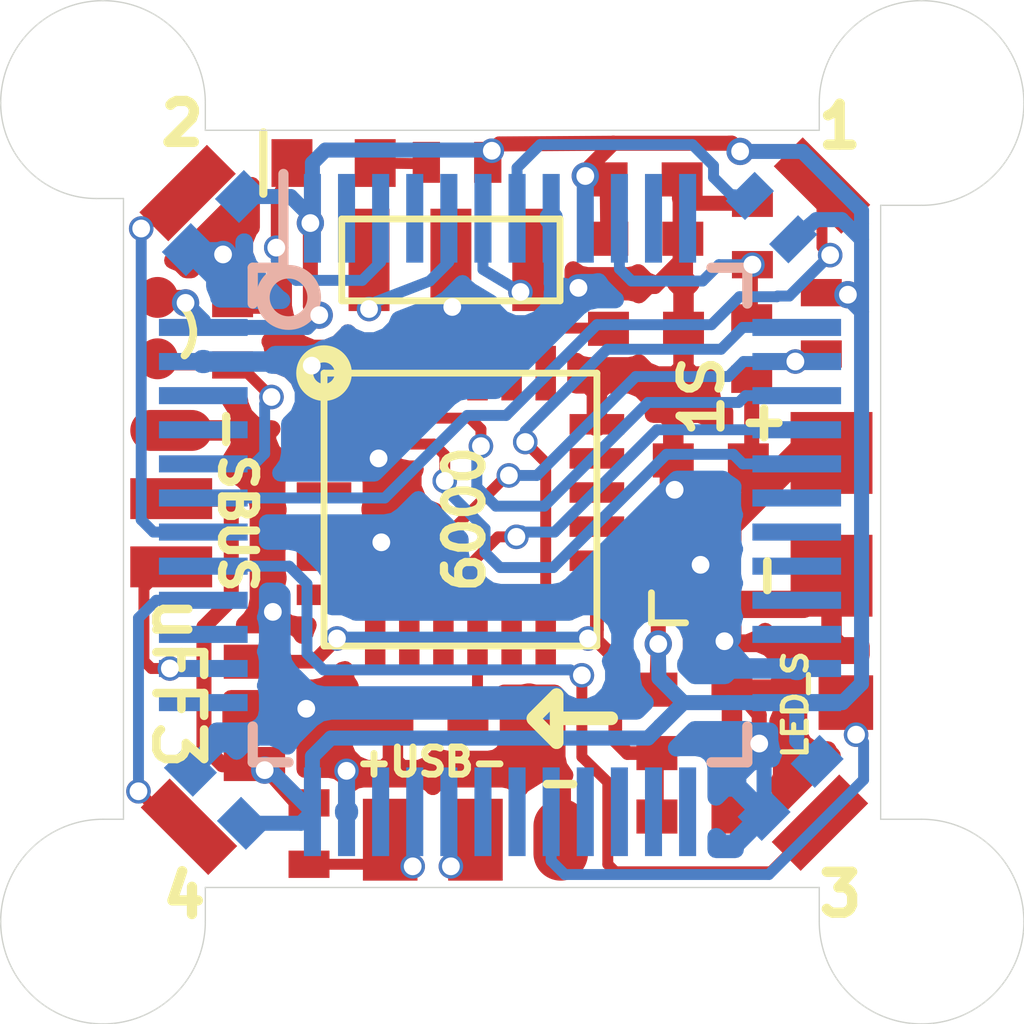
<source format=kicad_pcb>
(kicad_pcb (version 4) (host pcbnew 4.0.7)

  (general
    (links 86)
    (no_connects 3)
    (area 156.389999 90.089999 171.410001 105.110001)
    (thickness 0.8)
    (drawings 44)
    (tracks 393)
    (zones 0)
    (modules 38)
    (nets 61)
  )

  (page A4)
  (layers
    (0 F.Cu signal)
    (31 B.Cu signal)
    (32 B.Adhes user)
    (33 F.Adhes user)
    (34 B.Paste user)
    (35 F.Paste user)
    (36 B.SilkS user)
    (37 F.SilkS user)
    (38 B.Mask user)
    (39 F.Mask user)
    (40 Dwgs.User user)
    (41 Cmts.User user)
    (42 Eco1.User user)
    (43 Eco2.User user)
    (44 Edge.Cuts user)
    (45 Margin user)
    (46 B.CrtYd user hide)
    (47 F.CrtYd user)
    (48 B.Fab user)
    (49 F.Fab user)
  )

  (setup
    (last_trace_width 0.16)
    (user_trace_width 0.2)
    (user_trace_width 0.4)
    (trace_clearance 0.16)
    (zone_clearance 0.15)
    (zone_45_only no)
    (trace_min 0.16)
    (segment_width 0.02)
    (edge_width 0.02)
    (via_size 0.36)
    (via_drill 0.26)
    (via_min_size 0.36)
    (via_min_drill 0.26)
    (uvia_size 0.3)
    (uvia_drill 0.1)
    (uvias_allowed no)
    (uvia_min_size 0.2)
    (uvia_min_drill 0.1)
    (pcb_text_width 0.3)
    (pcb_text_size 1.5 1.5)
    (mod_edge_width 0.15)
    (mod_text_size 1 1)
    (mod_text_width 0.15)
    (pad_size 1.3 1.3)
    (pad_drill 1.3)
    (pad_to_mask_clearance 0.05)
    (aux_axis_origin 0 0)
    (grid_origin 158.1 103.1)
    (visible_elements 7FFFFF7F)
    (pcbplotparams
      (layerselection 0x00030_80000001)
      (usegerberextensions false)
      (excludeedgelayer true)
      (linewidth 0.100000)
      (plotframeref false)
      (viasonmask false)
      (mode 1)
      (useauxorigin false)
      (hpglpennumber 1)
      (hpglpenspeed 20)
      (hpglpendiameter 15)
      (hpglpenoverlay 2)
      (psnegative false)
      (psa4output false)
      (plotreference true)
      (plotvalue true)
      (plotinvisibletext false)
      (padsonsilk false)
      (subtractmaskfromsilk false)
      (outputformat 1)
      (mirror false)
      (drillshape 1)
      (scaleselection 1)
      (outputdirectory ""))
  )

  (net 0 "")
  (net 1 +BATT)
  (net 2 GND)
  (net 3 VCC)
  (net 4 "Net-(C10-Pad1)")
  (net 5 "Net-(C11-Pad1)")
  (net 6 "Net-(C12-Pad1)")
  (net 7 /D+)
  (net 8 /D-)
  (net 9 "Net-(R3-Pad1)")
  (net 10 CS_MPU)
  (net 11 "Net-(U2-Pad5)")
  (net 12 "Net-(U2-Pad6)")
  (net 13 INT_MPU)
  (net 14 SCLK_MPU)
  (net 15 AD0_MPU)
  (net 16 SDI_MPU)
  (net 17 /Boot)
  (net 18 /S4)
  (net 19 /S3)
  (net 20 /S2)
  (net 21 /S1)
  (net 22 /SBUS)
  (net 23 /Vbat)
  (net 24 "Net-(J10-Pad1)")
  (net 25 "Net-(D1-Pad1)")
  (net 26 "Net-(D1-Pad2)")
  (net 27 "Net-(U2-Pad2)")
  (net 28 "Net-(U2-Pad4)")
  (net 29 "Net-(U2-Pad11)")
  (net 30 "Net-(U2-Pad12)")
  (net 31 "Net-(U2-Pad18)")
  (net 32 "Net-(U2-Pad19)")
  (net 33 "Net-(U2-Pad20)")
  (net 34 "Net-(U2-Pad21)")
  (net 35 "Net-(U2-Pad22)")
  (net 36 "Net-(U2-Pad25)")
  (net 37 "Net-(U2-Pad26)")
  (net 38 "Net-(U2-Pad27)")
  (net 39 "Net-(U2-Pad28)")
  (net 40 "Net-(U2-Pad30)")
  (net 41 "Net-(U2-Pad31)")
  (net 42 "Net-(U2-Pad34)")
  (net 43 "Net-(U2-Pad37)")
  (net 44 "Net-(U2-Pad39)")
  (net 45 "Net-(U2-Pad45)")
  (net 46 "Net-(U2-Pad46)")
  (net 47 "Net-(U3-Pad6)")
  (net 48 "Net-(U3-Pad5)")
  (net 49 "Net-(U3-Pad2)")
  (net 50 "Net-(U3-Pad4)")
  (net 51 "Net-(U3-Pad3)")
  (net 52 "Net-(U3-Pad16)")
  (net 53 "Net-(U3-Pad15)")
  (net 54 "Net-(U3-Pad17)")
  (net 55 "Net-(U3-Pad14)")
  (net 56 "Net-(U3-Pad21)")
  (net 57 "Net-(U3-Pad22)")
  (net 58 "Net-(U3-Pad19)")
  (net 59 "Net-(U3-Pad7)")
  (net 60 "Net-(U3-Pad11)")

  (net_class Default "This is the default net class."
    (clearance 0.16)
    (trace_width 0.16)
    (via_dia 0.36)
    (via_drill 0.26)
    (uvia_dia 0.3)
    (uvia_drill 0.1)
    (add_net /Boot)
    (add_net /D+)
    (add_net /D-)
    (add_net /S1)
    (add_net /S2)
    (add_net /S3)
    (add_net /S4)
    (add_net /SBUS)
    (add_net /Vbat)
    (add_net AD0_MPU)
    (add_net CS_MPU)
    (add_net INT_MPU)
    (add_net "Net-(C10-Pad1)")
    (add_net "Net-(C11-Pad1)")
    (add_net "Net-(C12-Pad1)")
    (add_net "Net-(D1-Pad1)")
    (add_net "Net-(D1-Pad2)")
    (add_net "Net-(J10-Pad1)")
    (add_net "Net-(R3-Pad1)")
    (add_net "Net-(U2-Pad11)")
    (add_net "Net-(U2-Pad12)")
    (add_net "Net-(U2-Pad18)")
    (add_net "Net-(U2-Pad19)")
    (add_net "Net-(U2-Pad2)")
    (add_net "Net-(U2-Pad20)")
    (add_net "Net-(U2-Pad21)")
    (add_net "Net-(U2-Pad22)")
    (add_net "Net-(U2-Pad25)")
    (add_net "Net-(U2-Pad26)")
    (add_net "Net-(U2-Pad27)")
    (add_net "Net-(U2-Pad28)")
    (add_net "Net-(U2-Pad30)")
    (add_net "Net-(U2-Pad31)")
    (add_net "Net-(U2-Pad34)")
    (add_net "Net-(U2-Pad37)")
    (add_net "Net-(U2-Pad39)")
    (add_net "Net-(U2-Pad4)")
    (add_net "Net-(U2-Pad45)")
    (add_net "Net-(U2-Pad46)")
    (add_net "Net-(U2-Pad5)")
    (add_net "Net-(U2-Pad6)")
    (add_net "Net-(U3-Pad11)")
    (add_net "Net-(U3-Pad14)")
    (add_net "Net-(U3-Pad15)")
    (add_net "Net-(U3-Pad16)")
    (add_net "Net-(U3-Pad17)")
    (add_net "Net-(U3-Pad19)")
    (add_net "Net-(U3-Pad2)")
    (add_net "Net-(U3-Pad21)")
    (add_net "Net-(U3-Pad22)")
    (add_net "Net-(U3-Pad3)")
    (add_net "Net-(U3-Pad4)")
    (add_net "Net-(U3-Pad5)")
    (add_net "Net-(U3-Pad6)")
    (add_net "Net-(U3-Pad7)")
    (add_net SCLK_MPU)
    (add_net SDI_MPU)
  )

  (net_class BATT ""
    (clearance 0.16)
    (trace_width 0.22)
    (via_dia 0.36)
    (via_drill 0.26)
    (uvia_dia 0.3)
    (uvia_drill 0.1)
    (add_net +BATT)
  )

  (net_class GND ""
    (clearance 0.16)
    (trace_width 0.22)
    (via_dia 0.4)
    (via_drill 0.26)
    (uvia_dia 0.3)
    (uvia_drill 0.1)
    (add_net GND)
  )

  (net_class VCC ""
    (clearance 0.16)
    (trace_width 0.22)
    (via_dia 0.4)
    (via_drill 0.26)
    (uvia_dia 0.3)
    (uvia_drill 0.1)
    (add_net VCC)
  )

  (module UDFN-4_1x1mm_Pitch0.65mm (layer F.Cu) (tedit 59E9E2C7) (tstamp 59E9C94D)
    (at 166.66 98.37 90)
    (descr UDFN-4_1x1mm_Pitch0.65mm)
    (tags UDFN-4_1x1mm_Pitch0.65mm)
    (path /59EA16FF)
    (attr smd)
    (fp_text reference U1 (at 0.45 -2.16 90) (layer F.SilkS) hide
      (effects (font (size 1 1) (thickness 0.15)))
    )
    (fp_text value MIC550X-DFN (at 0.47 2.34 90) (layer F.Fab) hide
      (effects (font (size 1 1) (thickness 0.15)))
    )
    (fp_line (start -0.85 -0.72) (end -0.41 -0.72) (layer F.SilkS) (width 0.1))
    (fp_line (start -0.85 -0.72) (end -0.85 -0.22) (layer F.SilkS) (width 0.1))
    (fp_line (start -1.2 -1.2) (end 1.2 -1.2) (layer F.CrtYd) (width 0.05))
    (fp_line (start 1.2 -1.2) (end 1.2 1.2) (layer F.CrtYd) (width 0.05))
    (fp_line (start 1.2 1.2) (end -1.2 1.2) (layer F.CrtYd) (width 0.05))
    (fp_line (start -1.2 1.2) (end -1.2 -1.2) (layer F.CrtYd) (width 0.05))
    (fp_line (start -0.12 -0.5) (end -0.5 -0.12) (layer F.Fab) (width 0.1))
    (fp_line (start 0.5 0.5) (end -0.5 0.5) (layer F.Fab) (width 0.1))
    (fp_line (start -0.5 0.5) (end -0.5 -0.12) (layer F.Fab) (width 0.1))
    (fp_line (start -0.12 -0.5) (end 0.5 -0.5) (layer F.Fab) (width 0.1))
    (fp_line (start 0.5 -0.5) (end 0.5 0.5) (layer F.Fab) (width 0.1))
    (pad 1 smd rect (at -0.34 -0.5) (size 0.2 0.2) (layers F.Cu F.Paste F.Mask)
      (net 3 VCC))
    (pad 2 smd rect (at 0 -0.17 45) (size 0.24 0.24) (layers F.Cu F.Paste F.Mask)
      (net 2 GND))
    (pad 2 smd rect (at -0.17 0 45) (size 0.24 0.24) (layers F.Cu F.Paste F.Mask)
      (net 2 GND))
    (pad 2 smd rect (at 0.17 0 45) (size 0.24 0.24) (layers F.Cu F.Paste F.Mask)
      (net 2 GND))
    (pad 3 smd rect (at 0.34 0.5 180) (size 0.2 0.2) (layers F.Cu F.Paste F.Mask)
      (net 1 +BATT))
    (pad 3 smd trapezoid (at 0.44 0.3 90) (size 0.2 0.2) (rect_delta 0 0.1999 ) (layers F.Cu F.Paste F.Mask)
      (net 1 +BATT))
    (pad 3 smd rect (at 0.58 0.4) (size 0.4 0.28) (layers F.Cu F.Paste F.Mask)
      (net 1 +BATT))
    (pad 4 smd rect (at 0.34 -0.5 180) (size 0.2 0.2) (layers F.Cu F.Paste F.Mask)
      (net 1 +BATT))
    (pad 4 smd trapezoid (at 0.44 -0.3) (size 0.2 0.2) (rect_delta 0.1999 0 ) (layers F.Cu F.Paste F.Mask)
      (net 1 +BATT))
    (pad 4 smd rect (at 0.58 -0.4) (size 0.4 0.28) (layers F.Cu F.Paste F.Mask)
      (net 1 +BATT))
    (pad 1 smd rect (at -0.58 -0.4) (size 0.4 0.28) (layers F.Cu F.Paste F.Mask)
      (net 3 VCC))
    (pad 2 smd rect (at 0 0.17 45) (size 0.24 0.24) (layers F.Cu F.Paste F.Mask)
      (net 2 GND))
    (pad 2 smd rect (at -0.58 0.4) (size 0.4 0.28) (layers F.Cu F.Paste F.Mask)
      (net 2 GND))
    (pad 1 smd trapezoid (at -0.44 -0.3 270) (size 0.2 0.2) (rect_delta 0 0.19999 ) (layers F.Cu F.Paste F.Mask)
      (net 3 VCC))
    (pad 2 smd trapezoid (at -0.44 0.3 180) (size 0.2 0.2) (rect_delta 0.1999 0 ) (layers F.Cu F.Paste F.Mask)
      (net 2 GND))
    (pad 2 smd rect (at -0.34 0.5 180) (size 0.2 0.2) (layers F.Cu F.Paste F.Mask)
      (net 2 GND))
    (model ${KISYS3DMOD}/Housings_DFN_QFN.3dshapes/UDFN-4_1x1mm_Pitch0.65mm.wrl
      (at (xyz 0 0 0))
      (scale (xyz 1 1 1))
      (rotate (xyz 0 0 0))
    )
  )

  (module LEDs:LED_0402 (layer F.Cu) (tedit 59F08634) (tstamp 59E9C90C)
    (at 161.28 92.48)
    (descr "LED 0402 smd package")
    (tags "LED led 0402 SMD smd SMT smt smdled SMDLED smtled SMTLED")
    (path /59E9DC07)
    (attr smd)
    (fp_text reference D1 (at 0 -1.2) (layer F.SilkS) hide
      (effects (font (size 1 1) (thickness 0.15)))
    )
    (fp_text value LED (at 0 1.4) (layer F.Fab) hide
      (effects (font (size 1 1) (thickness 0.15)))
    )
    (fp_line (start -1.03 -0.45) (end -1.03 0.45) (layer F.SilkS) (width 0.12))
    (fp_line (start -0.15 -0.2) (end -0.15 0.2) (layer F.Fab) (width 0.1))
    (fp_line (start -0.15 0) (end 0.15 -0.2) (layer F.Fab) (width 0.1))
    (fp_line (start 0.15 0.2) (end -0.15 0) (layer F.Fab) (width 0.1))
    (fp_line (start 0.15 -0.2) (end 0.15 0.2) (layer F.Fab) (width 0.1))
    (fp_line (start 0.5 0.25) (end -0.5 0.25) (layer F.Fab) (width 0.1))
    (fp_line (start 0.5 -0.25) (end 0.5 0.25) (layer F.Fab) (width 0.1))
    (fp_line (start -0.5 -0.25) (end 0.5 -0.25) (layer F.Fab) (width 0.1))
    (fp_line (start -0.5 0.25) (end -0.5 -0.25) (layer F.Fab) (width 0.1))
    (fp_line (start 1 -0.5) (end 1 0.5) (layer F.CrtYd) (width 0.05))
    (fp_line (start 1 0.5) (end -1 0.5) (layer F.CrtYd) (width 0.05))
    (fp_line (start -1 0.5) (end -1 -0.5) (layer F.CrtYd) (width 0.05))
    (fp_line (start -1 -0.5) (end 1 -0.5) (layer F.CrtYd) (width 0.05))
    (pad 2 smd rect (at 0.61 0 180) (size 0.6 0.7) (layers F.Cu F.Paste F.Mask)
      (net 26 "Net-(D1-Pad2)"))
    (pad 1 smd rect (at -0.61 0 180) (size 0.6 0.7) (layers F.Cu F.Paste F.Mask)
      (net 25 "Net-(D1-Pad1)"))
    (model ${KISYS3DMOD}/LEDs.3dshapes/LED_0402.wrl
      (at (xyz 0 0 0))
      (scale (xyz 1 1 1))
      (rotate (xyz 0 0 180))
    )
  )

  (module Inductors_SMD:L_0603 (layer F.Cu) (tedit 59EDA237) (tstamp 59B0037A)
    (at 160.12 100.54 270)
    (descr "Resistor SMD 0603, reflow soldering, Vishay (see dcrcw.pdf)")
    (tags "resistor 0603")
    (path /59B0C3EC)
    (attr smd)
    (fp_text reference L1 (at 0 -1.9 270) (layer F.SilkS) hide
      (effects (font (size 1 1) (thickness 0.15)))
    )
    (fp_text value 300mA (at 0 1.9 270) (layer F.Fab) hide
      (effects (font (size 1 1) (thickness 0.15)))
    )
    (fp_text user %R (at 0 0 270) (layer F.Fab)
      (effects (font (size 0.4 0.4) (thickness 0.075)))
    )
    (fp_line (start -0.8 0.4) (end -0.8 -0.4) (layer F.Fab) (width 0.1))
    (fp_line (start 0.8 0.4) (end -0.8 0.4) (layer F.Fab) (width 0.1))
    (fp_line (start 0.8 -0.4) (end 0.8 0.4) (layer F.Fab) (width 0.1))
    (fp_line (start -0.8 -0.4) (end 0.8 -0.4) (layer F.Fab) (width 0.1))
    (fp_line (start -1.3 -0.8) (end 1.3 -0.8) (layer F.CrtYd) (width 0.05))
    (fp_line (start -1.3 0.8) (end 1.3 0.8) (layer F.CrtYd) (width 0.05))
    (fp_line (start -1.3 -0.8) (end -1.3 0.8) (layer F.CrtYd) (width 0.05))
    (fp_line (start 1.3 -0.8) (end 1.3 0.8) (layer F.CrtYd) (width 0.05))
    (pad 1 smd rect (at -0.75 0 270) (size 0.5 0.9) (layers F.Cu F.Paste F.Mask)
      (net 6 "Net-(C12-Pad1)"))
    (pad 2 smd rect (at 0.75 0 270) (size 0.5 0.9) (layers F.Cu F.Paste F.Mask)
      (net 3 VCC))
    (model ${KISYS3DMOD}/Inductors_SMD.3dshapes/L_0603.wrl
      (at (xyz 0 0 0))
      (scale (xyz 1 1 1))
      (rotate (xyz 0 0 0))
    )
  )

  (module MountingHole_1.1mm_M1 (layer F.Cu) (tedit 59EA098A) (tstamp 59EA0B07)
    (at 169.9 103.6)
    (descr "Mounting Hole 2.2mm, no annular, M2")
    (tags "mounting hole 2.2mm no annular m2")
    (attr virtual)
    (fp_text reference REF** (at 0 -3.2) (layer F.SilkS) hide
      (effects (font (size 1 1) (thickness 0.15)))
    )
    (fp_text value MountingHole_2.2mm_M2 (at 0 3.2) (layer F.Fab) hide
      (effects (font (size 1 1) (thickness 0.15)))
    )
    (pad "" np_thru_hole circle (at 0 0) (size 1.3 1.3) (drill 1.3) (layers *.Cu *.Mask))
  )

  (module MountingHole_1.1mm_M1 (layer F.Cu) (tedit 59EA098A) (tstamp 59EA0A6D)
    (at 169.9 91.6)
    (descr "Mounting Hole 2.2mm, no annular, M2")
    (tags "mounting hole 2.2mm no annular m2")
    (attr virtual)
    (fp_text reference REF** (at 0 -3.2) (layer F.SilkS) hide
      (effects (font (size 1 1) (thickness 0.15)))
    )
    (fp_text value MountingHole_2.2mm_M2 (at 0 3.2) (layer F.Fab) hide
      (effects (font (size 1 1) (thickness 0.15)))
    )
    (pad "" np_thru_hole circle (at 0 0) (size 1.3 1.3) (drill 1.3) (layers *.Cu *.Mask))
  )

  (module MountingHole_1.1mm_M1 (layer F.Cu) (tedit 59EA098A) (tstamp 59EA0394)
    (at 157.9 91.6)
    (descr "Mounting Hole 2.2mm, no annular, M2")
    (tags "mounting hole 2.2mm no annular m2")
    (attr virtual)
    (fp_text reference REF** (at 0 -3.2) (layer F.SilkS) hide
      (effects (font (size 1 1) (thickness 0.15)))
    )
    (fp_text value MountingHole_2.2mm_M2 (at 0 3.2) (layer F.Fab) hide
      (effects (font (size 1 1) (thickness 0.15)))
    )
    (pad "" np_thru_hole circle (at 0 0) (size 1.3 1.3) (drill 1.3) (layers *.Cu *.Mask))
  )

  (module Mounting_Holes:MountingHole_2.2mm_M2 (layer F.Cu) (tedit 59EA09AE) (tstamp 59EA0520)
    (at 157.9 103.6)
    (descr "Mounting Hole 2.2mm, no annular, M2")
    (tags "mounting hole 2.2mm no annular m2")
    (attr virtual)
    (fp_text reference REF** (at 0 -3.2) (layer F.SilkS) hide
      (effects (font (size 1 1) (thickness 0.15)))
    )
    (fp_text value MountingHole_2.2mm_M2 (at 0 3.2) (layer F.Fab) hide
      (effects (font (size 1 1) (thickness 0.15)))
    )
    (pad "" np_thru_hole circle (at 0 0) (size 1.3 1.3) (drill 1.3) (layers *.Cu *.Mask))
  )

  (module Housings_QFP:LQFP-48_7x7mm_Pitch0.5mm (layer B.Cu) (tedit 59B00697) (tstamp 59B0044E)
    (at 163.72 97.64 270)
    (descr "48 LEAD LQFP 7x7mm (see MICREL LQFP7x7-48LD-PL-1.pdf)")
    (tags "QFP 0.5")
    (path /59B01C65)
    (attr smd)
    (fp_text reference U2 (at 0 6 270) (layer B.SilkS) hide
      (effects (font (size 1 1) (thickness 0.15)) (justify mirror))
    )
    (fp_text value STM32F303CCTx (at 0 -6 270) (layer B.Fab) hide
      (effects (font (size 1 1) (thickness 0.15)) (justify mirror))
    )
    (fp_text user %R (at 0 0 270) (layer B.Fab) hide
      (effects (font (size 1 1) (thickness 0.15)) (justify mirror))
    )
    (fp_line (start -2.5 3.5) (end 3.5 3.5) (layer B.Fab) (width 0.15))
    (fp_line (start 3.5 3.5) (end 3.5 -3.5) (layer B.Fab) (width 0.15))
    (fp_line (start 3.5 -3.5) (end -3.5 -3.5) (layer B.Fab) (width 0.15))
    (fp_line (start -3.5 -3.5) (end -3.5 2.5) (layer B.Fab) (width 0.15))
    (fp_line (start -3.5 2.5) (end -2.5 3.5) (layer B.Fab) (width 0.15))
    (fp_line (start -5.25 5.25) (end -5.25 -5.25) (layer B.CrtYd) (width 0.05))
    (fp_line (start 5.25 5.25) (end 5.25 -5.25) (layer B.CrtYd) (width 0.05))
    (fp_line (start -5.25 5.25) (end 5.25 5.25) (layer B.CrtYd) (width 0.05))
    (fp_line (start -5.25 -5.25) (end 5.25 -5.25) (layer B.CrtYd) (width 0.05))
    (fp_line (start -3.625 3.625) (end -3.625 3.175) (layer B.SilkS) (width 0.15))
    (fp_line (start 3.625 3.625) (end 3.625 3.1) (layer B.SilkS) (width 0.15))
    (fp_line (start 3.625 -3.625) (end 3.625 -3.1) (layer B.SilkS) (width 0.15))
    (fp_line (start -3.625 -3.625) (end -3.625 -3.1) (layer B.SilkS) (width 0.15))
    (fp_line (start -3.625 3.625) (end -3.1 3.625) (layer B.SilkS) (width 0.15))
    (fp_line (start -3.625 -3.625) (end -3.1 -3.625) (layer B.SilkS) (width 0.15))
    (fp_line (start 3.625 -3.625) (end 3.1 -3.625) (layer B.SilkS) (width 0.15))
    (fp_line (start 3.625 3.625) (end 3.1 3.625) (layer B.SilkS) (width 0.15))
    (fp_line (start -3.625 3.175) (end -5 3.175) (layer B.SilkS) (width 0.15))
    (pad 1 smd rect (at -4.35 2.75 270) (size 1.3 0.25) (layers B.Cu B.Paste B.Mask)
      (net 3 VCC))
    (pad 2 smd rect (at -4.35 2.25 270) (size 1.3 0.25) (layers B.Cu B.Paste B.Mask)
      (net 27 "Net-(U2-Pad2)"))
    (pad 3 smd rect (at -4.35 1.75 270) (size 1.3 0.25) (layers B.Cu B.Paste B.Mask)
      (net 25 "Net-(D1-Pad1)"))
    (pad 4 smd rect (at -4.35 1.25 270) (size 1.3 0.25) (layers B.Cu B.Paste B.Mask)
      (net 28 "Net-(U2-Pad4)"))
    (pad 5 smd rect (at -4.35 0.75 270) (size 1.3 0.25) (layers B.Cu B.Paste B.Mask)
      (net 11 "Net-(U2-Pad5)"))
    (pad 6 smd rect (at -4.35 0.25 270) (size 1.3 0.25) (layers B.Cu B.Paste B.Mask)
      (net 12 "Net-(U2-Pad6)"))
    (pad 7 smd rect (at -4.35 -0.25 270) (size 1.3 0.25) (layers B.Cu B.Paste B.Mask)
      (net 9 "Net-(R3-Pad1)"))
    (pad 8 smd rect (at -4.35 -0.75 270) (size 1.3 0.25) (layers B.Cu B.Paste B.Mask)
      (net 2 GND))
    (pad 9 smd rect (at -4.35 -1.25 270) (size 1.3 0.25) (layers B.Cu B.Paste B.Mask)
      (net 3 VCC))
    (pad 10 smd rect (at -4.35 -1.75 270) (size 1.3 0.25) (layers B.Cu B.Paste B.Mask)
      (net 23 /Vbat))
    (pad 11 smd rect (at -4.35 -2.25 270) (size 1.3 0.25) (layers B.Cu B.Paste B.Mask)
      (net 29 "Net-(U2-Pad11)"))
    (pad 12 smd rect (at -4.35 -2.75 270) (size 1.3 0.25) (layers B.Cu B.Paste B.Mask)
      (net 30 "Net-(U2-Pad12)"))
    (pad 13 smd rect (at -2.75 -4.35 180) (size 1.3 0.25) (layers B.Cu B.Paste B.Mask)
      (net 13 INT_MPU))
    (pad 14 smd rect (at -2.25 -4.35 180) (size 1.3 0.25) (layers B.Cu B.Paste B.Mask)
      (net 10 CS_MPU))
    (pad 15 smd rect (at -1.75 -4.35 180) (size 1.3 0.25) (layers B.Cu B.Paste B.Mask)
      (net 14 SCLK_MPU))
    (pad 16 smd rect (at -1.25 -4.35 180) (size 1.3 0.25) (layers B.Cu B.Paste B.Mask)
      (net 15 AD0_MPU))
    (pad 17 smd rect (at -0.75 -4.35 180) (size 1.3 0.25) (layers B.Cu B.Paste B.Mask)
      (net 16 SDI_MPU))
    (pad 18 smd rect (at -0.25 -4.35 180) (size 1.3 0.25) (layers B.Cu B.Paste B.Mask)
      (net 31 "Net-(U2-Pad18)"))
    (pad 19 smd rect (at 0.25 -4.35 180) (size 1.3 0.25) (layers B.Cu B.Paste B.Mask)
      (net 32 "Net-(U2-Pad19)"))
    (pad 20 smd rect (at 0.75 -4.35 180) (size 1.3 0.25) (layers B.Cu B.Paste B.Mask)
      (net 33 "Net-(U2-Pad20)"))
    (pad 21 smd rect (at 1.25 -4.35 180) (size 1.3 0.25) (layers B.Cu B.Paste B.Mask)
      (net 34 "Net-(U2-Pad21)"))
    (pad 22 smd rect (at 1.75 -4.35 180) (size 1.3 0.25) (layers B.Cu B.Paste B.Mask)
      (net 35 "Net-(U2-Pad22)"))
    (pad 23 smd rect (at 2.25 -4.35 180) (size 1.3 0.25) (layers B.Cu B.Paste B.Mask)
      (net 2 GND))
    (pad 24 smd rect (at 2.75 -4.35 180) (size 1.3 0.25) (layers B.Cu B.Paste B.Mask)
      (net 3 VCC))
    (pad 25 smd rect (at 4.35 -2.75 270) (size 1.3 0.25) (layers B.Cu B.Paste B.Mask)
      (net 36 "Net-(U2-Pad25)"))
    (pad 26 smd rect (at 4.35 -2.25 270) (size 1.3 0.25) (layers B.Cu B.Paste B.Mask)
      (net 37 "Net-(U2-Pad26)"))
    (pad 27 smd rect (at 4.35 -1.75 270) (size 1.3 0.25) (layers B.Cu B.Paste B.Mask)
      (net 38 "Net-(U2-Pad27)"))
    (pad 28 smd rect (at 4.35 -1.25 270) (size 1.3 0.25) (layers B.Cu B.Paste B.Mask)
      (net 39 "Net-(U2-Pad28)"))
    (pad 29 smd rect (at 4.35 -0.75 270) (size 1.3 0.25) (layers B.Cu B.Paste B.Mask)
      (net 24 "Net-(J10-Pad1)"))
    (pad 30 smd rect (at 4.35 -0.25 270) (size 1.3 0.25) (layers B.Cu B.Paste B.Mask)
      (net 40 "Net-(U2-Pad30)"))
    (pad 31 smd rect (at 4.35 0.25 270) (size 1.3 0.25) (layers B.Cu B.Paste B.Mask)
      (net 41 "Net-(U2-Pad31)"))
    (pad 32 smd rect (at 4.35 0.75 270) (size 1.3 0.25) (layers B.Cu B.Paste B.Mask)
      (net 8 /D-))
    (pad 33 smd rect (at 4.35 1.25 270) (size 1.3 0.25) (layers B.Cu B.Paste B.Mask)
      (net 7 /D+))
    (pad 34 smd rect (at 4.35 1.75 270) (size 1.3 0.25) (layers B.Cu B.Paste B.Mask)
      (net 42 "Net-(U2-Pad34)"))
    (pad 35 smd rect (at 4.35 2.25 270) (size 1.3 0.25) (layers B.Cu B.Paste B.Mask)
      (net 2 GND))
    (pad 36 smd rect (at 4.35 2.75 270) (size 1.3 0.25) (layers B.Cu B.Paste B.Mask)
      (net 3 VCC))
    (pad 37 smd rect (at 2.75 4.35 180) (size 1.3 0.25) (layers B.Cu B.Paste B.Mask)
      (net 43 "Net-(U2-Pad37)"))
    (pad 38 smd rect (at 2.25 4.35 180) (size 1.3 0.25) (layers B.Cu B.Paste B.Mask)
      (net 22 /SBUS))
    (pad 39 smd rect (at 1.75 4.35 180) (size 1.3 0.25) (layers B.Cu B.Paste B.Mask)
      (net 44 "Net-(U2-Pad39)"))
    (pad 40 smd rect (at 1.25 4.35 180) (size 1.3 0.25) (layers B.Cu B.Paste B.Mask)
      (net 18 /S4))
    (pad 41 smd rect (at 0.75 4.35 180) (size 1.3 0.25) (layers B.Cu B.Paste B.Mask)
      (net 19 /S3))
    (pad 42 smd rect (at 0.25 4.35 180) (size 1.3 0.25) (layers B.Cu B.Paste B.Mask)
      (net 20 /S2))
    (pad 43 smd rect (at -0.25 4.35 180) (size 1.3 0.25) (layers B.Cu B.Paste B.Mask)
      (net 21 /S1))
    (pad 44 smd rect (at -0.75 4.35 180) (size 1.3 0.25) (layers B.Cu B.Paste B.Mask)
      (net 17 /Boot))
    (pad 45 smd rect (at -1.25 4.35 180) (size 1.3 0.25) (layers B.Cu B.Paste B.Mask)
      (net 45 "Net-(U2-Pad45)"))
    (pad 46 smd rect (at -1.75 4.35 180) (size 1.3 0.25) (layers B.Cu B.Paste B.Mask)
      (net 46 "Net-(U2-Pad46)"))
    (pad 47 smd rect (at -2.25 4.35 180) (size 1.3 0.25) (layers B.Cu B.Paste B.Mask)
      (net 2 GND))
    (pad 48 smd rect (at -2.75 4.35 180) (size 1.3 0.25) (layers B.Cu B.Paste B.Mask)
      (net 3 VCC))
    (model ${KISYS3DMOD}/Housings_QFP.3dshapes/LQFP-48_7x7mm_Pitch0.5mm.wrl
      (at (xyz 0 0 0))
      (scale (xyz 1 1 1))
      (rotate (xyz 0 0 0))
    )
  )

  (module KiCadCustomLibs:Boot_Pin (layer F.Cu) (tedit 59E9EC0C) (tstamp 59E9C920)
    (at 158.7 94.45)
    (path /59B03E1F)
    (fp_text reference J1 (at 0.5 1.5) (layer F.SilkS) hide
      (effects (font (size 1 1) (thickness 0.15)))
    )
    (fp_text value Boot1 (at 0.1 -1.3) (layer F.Fab) hide
      (effects (font (size 1 1) (thickness 0.15)))
    )
    (pad 1 smd circle (at 0 0) (size 0.6 0.6) (layers F.Cu F.Paste F.Mask)
      (net 3 VCC))
  )

  (module Capacitors_SMD:C_0402_NoSilk (layer F.Cu) (tedit 59B00DA5) (tstamp 59B0027B)
    (at 166.81 96.84 180)
    (descr "Capacitor SMD 0402, reflow soldering, AVX (see smccp.pdf)")
    (tags "capacitor 0402")
    (path /59B0F605)
    (attr smd)
    (fp_text reference C1 (at 0 -1.27 180) (layer F.SilkS) hide
      (effects (font (size 1 1) (thickness 0.15)))
    )
    (fp_text value 2.2uf (at 0 1.27 180) (layer F.Fab) hide
      (effects (font (size 1 1) (thickness 0.15)))
    )
    (fp_text user %R (at 0 -1.27 180) (layer F.Fab) hide
      (effects (font (size 1 1) (thickness 0.15)))
    )
    (fp_line (start -0.5 0.25) (end -0.5 -0.25) (layer F.Fab) (width 0.1))
    (fp_line (start 0.5 0.25) (end -0.5 0.25) (layer F.Fab) (width 0.1))
    (fp_line (start 0.5 -0.25) (end 0.5 0.25) (layer F.Fab) (width 0.1))
    (fp_line (start -0.5 -0.25) (end 0.5 -0.25) (layer F.Fab) (width 0.1))
    (fp_line (start -1 -0.4) (end 1 -0.4) (layer F.CrtYd) (width 0.05))
    (fp_line (start -1 -0.4) (end -1 0.4) (layer F.CrtYd) (width 0.05))
    (fp_line (start 1 0.4) (end 1 -0.4) (layer F.CrtYd) (width 0.05))
    (fp_line (start 1 0.4) (end -1 0.4) (layer F.CrtYd) (width 0.05))
    (pad 1 smd rect (at -0.55 0 180) (size 0.6 0.5) (layers F.Cu F.Paste F.Mask)
      (net 1 +BATT))
    (pad 2 smd rect (at 0.55 0 180) (size 0.6 0.5) (layers F.Cu F.Paste F.Mask)
      (net 2 GND))
    (model Capacitors_SMD.3dshapes/C_0402.wrl
      (at (xyz 0 0 0))
      (scale (xyz 1 1 1))
      (rotate (xyz 0 0 0))
    )
  )

  (module Capacitors_SMD:C_0402_NoSilk (layer F.Cu) (tedit 59B00DC7) (tstamp 59B002A8)
    (at 166.57 100.2)
    (descr "Capacitor SMD 0402, reflow soldering, AVX (see smccp.pdf)")
    (tags "capacitor 0402")
    (path /59B0E97E)
    (attr smd)
    (fp_text reference C4 (at 0 -1.27) (layer F.SilkS) hide
      (effects (font (size 1 1) (thickness 0.15)))
    )
    (fp_text value 2.2uf (at 0 1.27) (layer F.Fab) hide
      (effects (font (size 1 1) (thickness 0.15)))
    )
    (fp_text user %R (at 0 -1.27) (layer F.Fab) hide
      (effects (font (size 1 1) (thickness 0.15)))
    )
    (fp_line (start -0.5 0.25) (end -0.5 -0.25) (layer F.Fab) (width 0.1))
    (fp_line (start 0.5 0.25) (end -0.5 0.25) (layer F.Fab) (width 0.1))
    (fp_line (start 0.5 -0.25) (end 0.5 0.25) (layer F.Fab) (width 0.1))
    (fp_line (start -0.5 -0.25) (end 0.5 -0.25) (layer F.Fab) (width 0.1))
    (fp_line (start -1 -0.4) (end 1 -0.4) (layer F.CrtYd) (width 0.05))
    (fp_line (start -1 -0.4) (end -1 0.4) (layer F.CrtYd) (width 0.05))
    (fp_line (start 1 0.4) (end 1 -0.4) (layer F.CrtYd) (width 0.05))
    (fp_line (start 1 0.4) (end -1 0.4) (layer F.CrtYd) (width 0.05))
    (pad 1 smd rect (at -0.55 0) (size 0.6 0.5) (layers F.Cu F.Paste F.Mask)
      (net 3 VCC))
    (pad 2 smd rect (at 0.55 0) (size 0.6 0.5) (layers F.Cu F.Paste F.Mask)
      (net 2 GND))
    (model Capacitors_SMD.3dshapes/C_0402.wrl
      (at (xyz 0 0 0))
      (scale (xyz 1 1 1))
      (rotate (xyz 0 0 0))
    )
  )

  (module Capacitors_SMD:C_0402_NoSilk (layer B.Cu) (tedit 59B00B80) (tstamp 59B002B7)
    (at 167.98 101.64 225)
    (descr "Capacitor SMD 0402, reflow soldering, AVX (see smccp.pdf)")
    (tags "capacitor 0402")
    (path /59B01F0F)
    (attr smd)
    (fp_text reference C5 (at 0 1.27 225) (layer B.SilkS) hide
      (effects (font (size 1 1) (thickness 0.15)) (justify mirror))
    )
    (fp_text value 100n (at 0 -1.27 225) (layer B.Fab) hide
      (effects (font (size 1 1) (thickness 0.15)) (justify mirror))
    )
    (fp_text user %R (at 0 1.27 225) (layer B.Fab) hide
      (effects (font (size 1 1) (thickness 0.15)) (justify mirror))
    )
    (fp_line (start -0.5 -0.25) (end -0.5 0.25) (layer B.Fab) (width 0.1))
    (fp_line (start 0.5 -0.25) (end -0.5 -0.25) (layer B.Fab) (width 0.1))
    (fp_line (start 0.5 0.25) (end 0.5 -0.25) (layer B.Fab) (width 0.1))
    (fp_line (start -0.5 0.25) (end 0.5 0.25) (layer B.Fab) (width 0.1))
    (fp_line (start -1 0.4) (end 1 0.4) (layer B.CrtYd) (width 0.05))
    (fp_line (start -1 0.4) (end -1 -0.4) (layer B.CrtYd) (width 0.05))
    (fp_line (start 1 -0.4) (end 1 0.4) (layer B.CrtYd) (width 0.05))
    (fp_line (start 1 -0.4) (end -1 -0.4) (layer B.CrtYd) (width 0.05))
    (pad 1 smd rect (at -0.55 0 225) (size 0.6 0.5) (layers B.Cu B.Paste B.Mask)
      (net 3 VCC))
    (pad 2 smd rect (at 0.55 0 225) (size 0.6 0.5) (layers B.Cu B.Paste B.Mask)
      (net 2 GND))
    (model Capacitors_SMD.3dshapes/C_0402.wrl
      (at (xyz 0 0 0))
      (scale (xyz 1 1 1))
      (rotate (xyz 0 0 0))
    )
  )

  (module Capacitors_SMD:C_0402_NoSilk (layer B.Cu) (tedit 59B00B72) (tstamp 59B002C6)
    (at 159.57 101.77 135)
    (descr "Capacitor SMD 0402, reflow soldering, AVX (see smccp.pdf)")
    (tags "capacitor 0402")
    (path /59B01F2F)
    (attr smd)
    (fp_text reference C6 (at 0 1.27 135) (layer B.SilkS) hide
      (effects (font (size 1 1) (thickness 0.15)) (justify mirror))
    )
    (fp_text value 100n (at 0 -1.27 135) (layer B.Fab) hide
      (effects (font (size 1 1) (thickness 0.15)) (justify mirror))
    )
    (fp_text user %R (at 0 1.27 135) (layer B.Fab) hide
      (effects (font (size 1 1) (thickness 0.15)) (justify mirror))
    )
    (fp_line (start -0.5 -0.25) (end -0.5 0.25) (layer B.Fab) (width 0.1))
    (fp_line (start 0.5 -0.25) (end -0.5 -0.25) (layer B.Fab) (width 0.1))
    (fp_line (start 0.5 0.25) (end 0.5 -0.25) (layer B.Fab) (width 0.1))
    (fp_line (start -0.5 0.25) (end 0.5 0.25) (layer B.Fab) (width 0.1))
    (fp_line (start -1 0.4) (end 1 0.4) (layer B.CrtYd) (width 0.05))
    (fp_line (start -1 0.4) (end -1 -0.4) (layer B.CrtYd) (width 0.05))
    (fp_line (start 1 -0.4) (end 1 0.4) (layer B.CrtYd) (width 0.05))
    (fp_line (start 1 -0.4) (end -1 -0.4) (layer B.CrtYd) (width 0.05))
    (pad 1 smd rect (at -0.55 0 135) (size 0.6 0.5) (layers B.Cu B.Paste B.Mask)
      (net 3 VCC))
    (pad 2 smd rect (at 0.55 0 135) (size 0.6 0.5) (layers B.Cu B.Paste B.Mask)
      (net 2 GND))
    (model Capacitors_SMD.3dshapes/C_0402.wrl
      (at (xyz 0 0 0))
      (scale (xyz 1 1 1))
      (rotate (xyz 0 0 0))
    )
  )

  (module Capacitors_SMD:C_0402_NoSilk (layer B.Cu) (tedit 59B00BA5) (tstamp 59B002D5)
    (at 159.54 93.36 225)
    (descr "Capacitor SMD 0402, reflow soldering, AVX (see smccp.pdf)")
    (tags "capacitor 0402")
    (path /59B01F52)
    (attr smd)
    (fp_text reference C7 (at 0 1.27 225) (layer B.SilkS) hide
      (effects (font (size 1 1) (thickness 0.15)) (justify mirror))
    )
    (fp_text value 100n (at 0 -1.27 225) (layer B.Fab) hide
      (effects (font (size 1 1) (thickness 0.15)) (justify mirror))
    )
    (fp_text user %R (at 0 1.27 225) (layer B.Fab) hide
      (effects (font (size 1 1) (thickness 0.15)) (justify mirror))
    )
    (fp_line (start -0.5 -0.25) (end -0.5 0.25) (layer B.Fab) (width 0.1))
    (fp_line (start 0.5 -0.25) (end -0.5 -0.25) (layer B.Fab) (width 0.1))
    (fp_line (start 0.5 0.25) (end 0.5 -0.25) (layer B.Fab) (width 0.1))
    (fp_line (start -0.5 0.25) (end 0.5 0.25) (layer B.Fab) (width 0.1))
    (fp_line (start -1 0.4) (end 1 0.4) (layer B.CrtYd) (width 0.05))
    (fp_line (start -1 0.4) (end -1 -0.4) (layer B.CrtYd) (width 0.05))
    (fp_line (start 1 -0.4) (end 1 0.4) (layer B.CrtYd) (width 0.05))
    (fp_line (start 1 -0.4) (end -1 -0.4) (layer B.CrtYd) (width 0.05))
    (pad 1 smd rect (at -0.55 0 225) (size 0.6 0.5) (layers B.Cu B.Paste B.Mask)
      (net 3 VCC))
    (pad 2 smd rect (at 0.55 0 225) (size 0.6 0.5) (layers B.Cu B.Paste B.Mask)
      (net 2 GND))
    (model Capacitors_SMD.3dshapes/C_0402.wrl
      (at (xyz 0 0 0))
      (scale (xyz 1 1 1))
      (rotate (xyz 0 0 0))
    )
  )

  (module Capacitors_SMD:C_0402_NoSilk (layer F.Cu) (tedit 59B01032) (tstamp 59B002E4)
    (at 165.84 92.72)
    (descr "Capacitor SMD 0402, reflow soldering, AVX (see smccp.pdf)")
    (tags "capacitor 0402")
    (path /59B01D65)
    (attr smd)
    (fp_text reference C8 (at 0 -1.27) (layer F.SilkS) hide
      (effects (font (size 1 1) (thickness 0.15)))
    )
    (fp_text value 1uf (at 0 1.27) (layer F.Fab) hide
      (effects (font (size 1 1) (thickness 0.15)))
    )
    (fp_text user %R (at 0 -1.27) (layer F.Fab) hide
      (effects (font (size 1 1) (thickness 0.15)))
    )
    (fp_line (start -0.5 0.25) (end -0.5 -0.25) (layer F.Fab) (width 0.1))
    (fp_line (start 0.5 0.25) (end -0.5 0.25) (layer F.Fab) (width 0.1))
    (fp_line (start 0.5 -0.25) (end 0.5 0.25) (layer F.Fab) (width 0.1))
    (fp_line (start -0.5 -0.25) (end 0.5 -0.25) (layer F.Fab) (width 0.1))
    (fp_line (start -1 -0.4) (end 1 -0.4) (layer F.CrtYd) (width 0.05))
    (fp_line (start -1 -0.4) (end -1 0.4) (layer F.CrtYd) (width 0.05))
    (fp_line (start 1 0.4) (end 1 -0.4) (layer F.CrtYd) (width 0.05))
    (fp_line (start 1 0.4) (end -1 0.4) (layer F.CrtYd) (width 0.05))
    (pad 1 smd rect (at -0.55 0) (size 0.6 0.5) (layers F.Cu F.Paste F.Mask)
      (net 3 VCC))
    (pad 2 smd rect (at 0.55 0) (size 0.6 0.5) (layers F.Cu F.Paste F.Mask)
      (net 2 GND))
    (model Capacitors_SMD.3dshapes/C_0402.wrl
      (at (xyz 0 0 0))
      (scale (xyz 1 1 1))
      (rotate (xyz 0 0 0))
    )
  )

  (module Capacitors_SMD:C_0402_NoSilk (layer F.Cu) (tedit 59B0102A) (tstamp 59B002F3)
    (at 165.85 93.59)
    (descr "Capacitor SMD 0402, reflow soldering, AVX (see smccp.pdf)")
    (tags "capacitor 0402")
    (path /59B01EEE)
    (attr smd)
    (fp_text reference C9 (at 0 -1.27) (layer F.SilkS) hide
      (effects (font (size 1 1) (thickness 0.15)))
    )
    (fp_text value 10n (at 0 1.27) (layer F.Fab) hide
      (effects (font (size 1 1) (thickness 0.15)))
    )
    (fp_text user %R (at 0 -1.27) (layer F.Fab) hide
      (effects (font (size 1 1) (thickness 0.15)))
    )
    (fp_line (start -0.5 0.25) (end -0.5 -0.25) (layer F.Fab) (width 0.1))
    (fp_line (start 0.5 0.25) (end -0.5 0.25) (layer F.Fab) (width 0.1))
    (fp_line (start 0.5 -0.25) (end 0.5 0.25) (layer F.Fab) (width 0.1))
    (fp_line (start -0.5 -0.25) (end 0.5 -0.25) (layer F.Fab) (width 0.1))
    (fp_line (start -1 -0.4) (end 1 -0.4) (layer F.CrtYd) (width 0.05))
    (fp_line (start -1 -0.4) (end -1 0.4) (layer F.CrtYd) (width 0.05))
    (fp_line (start 1 0.4) (end 1 -0.4) (layer F.CrtYd) (width 0.05))
    (fp_line (start 1 0.4) (end -1 0.4) (layer F.CrtYd) (width 0.05))
    (pad 1 smd rect (at -0.55 0) (size 0.6 0.5) (layers F.Cu F.Paste F.Mask)
      (net 3 VCC))
    (pad 2 smd rect (at 0.55 0) (size 0.6 0.5) (layers F.Cu F.Paste F.Mask)
      (net 2 GND))
    (model Capacitors_SMD.3dshapes/C_0402.wrl
      (at (xyz 0 0 0))
      (scale (xyz 1 1 1))
      (rotate (xyz 0 0 0))
    )
  )

  (module Capacitors_SMD:C_0402_NoSilk (layer F.Cu) (tedit 59B0125E) (tstamp 59B00302)
    (at 162.7 100.68 180)
    (descr "Capacitor SMD 0402, reflow soldering, AVX (see smccp.pdf)")
    (tags "capacitor 0402")
    (path /59B0A835)
    (attr smd)
    (fp_text reference C10 (at 0 -1.27 180) (layer F.SilkS) hide
      (effects (font (size 1 1) (thickness 0.15)))
    )
    (fp_text value 100n (at 0 1.27 180) (layer F.Fab) hide
      (effects (font (size 1 1) (thickness 0.15)))
    )
    (fp_text user %R (at 0 -1.27 180) (layer F.Fab) hide
      (effects (font (size 1 1) (thickness 0.15)))
    )
    (fp_line (start -0.5 0.25) (end -0.5 -0.25) (layer F.Fab) (width 0.1))
    (fp_line (start 0.5 0.25) (end -0.5 0.25) (layer F.Fab) (width 0.1))
    (fp_line (start 0.5 -0.25) (end 0.5 0.25) (layer F.Fab) (width 0.1))
    (fp_line (start -0.5 -0.25) (end 0.5 -0.25) (layer F.Fab) (width 0.1))
    (fp_line (start -1 -0.4) (end 1 -0.4) (layer F.CrtYd) (width 0.05))
    (fp_line (start -1 -0.4) (end -1 0.4) (layer F.CrtYd) (width 0.05))
    (fp_line (start 1 0.4) (end 1 -0.4) (layer F.CrtYd) (width 0.05))
    (fp_line (start 1 0.4) (end -1 0.4) (layer F.CrtYd) (width 0.05))
    (pad 1 smd rect (at -0.55 0 180) (size 0.6 0.5) (layers F.Cu F.Paste F.Mask)
      (net 4 "Net-(C10-Pad1)"))
    (pad 2 smd rect (at 0.55 0 180) (size 0.6 0.5) (layers F.Cu F.Paste F.Mask)
      (net 2 GND))
    (model Capacitors_SMD.3dshapes/C_0402.wrl
      (at (xyz 0 0 0))
      (scale (xyz 1 1 1))
      (rotate (xyz 0 0 0))
    )
  )

  (module Capacitors_SMD:C_0402_NoSilk (layer F.Cu) (tedit 59B01254) (tstamp 59B00311)
    (at 165.86 94.91)
    (descr "Capacitor SMD 0402, reflow soldering, AVX (see smccp.pdf)")
    (tags "capacitor 0402")
    (path /59B0BA8B)
    (attr smd)
    (fp_text reference C11 (at 0 -1.27) (layer F.SilkS) hide
      (effects (font (size 1 1) (thickness 0.15)))
    )
    (fp_text value 2n2 (at 0 1.27) (layer F.Fab) hide
      (effects (font (size 1 1) (thickness 0.15)))
    )
    (fp_text user %R (at 0 -1.27) (layer F.Fab) hide
      (effects (font (size 1 1) (thickness 0.15)))
    )
    (fp_line (start -0.5 0.25) (end -0.5 -0.25) (layer F.Fab) (width 0.1))
    (fp_line (start 0.5 0.25) (end -0.5 0.25) (layer F.Fab) (width 0.1))
    (fp_line (start 0.5 -0.25) (end 0.5 0.25) (layer F.Fab) (width 0.1))
    (fp_line (start -0.5 -0.25) (end 0.5 -0.25) (layer F.Fab) (width 0.1))
    (fp_line (start -1 -0.4) (end 1 -0.4) (layer F.CrtYd) (width 0.05))
    (fp_line (start -1 -0.4) (end -1 0.4) (layer F.CrtYd) (width 0.05))
    (fp_line (start 1 0.4) (end 1 -0.4) (layer F.CrtYd) (width 0.05))
    (fp_line (start 1 0.4) (end -1 0.4) (layer F.CrtYd) (width 0.05))
    (pad 1 smd rect (at -0.55 0) (size 0.6 0.5) (layers F.Cu F.Paste F.Mask)
      (net 5 "Net-(C11-Pad1)"))
    (pad 2 smd rect (at 0.55 0) (size 0.6 0.5) (layers F.Cu F.Paste F.Mask)
      (net 2 GND))
    (model Capacitors_SMD.3dshapes/C_0402.wrl
      (at (xyz 0 0 0))
      (scale (xyz 1 1 1))
      (rotate (xyz 0 0 0))
    )
  )

  (module Capacitors_SMD:C_0402_NoSilk (layer F.Cu) (tedit 59B0114D) (tstamp 59B00320)
    (at 166.57 102.06)
    (descr "Capacitor SMD 0402, reflow soldering, AVX (see smccp.pdf)")
    (tags "capacitor 0402")
    (path /59B0C9F8)
    (attr smd)
    (fp_text reference C12 (at 0 -1.27) (layer F.SilkS) hide
      (effects (font (size 1 1) (thickness 0.15)))
    )
    (fp_text value 1uf (at 0 1.27) (layer F.Fab) hide
      (effects (font (size 1 1) (thickness 0.15)))
    )
    (fp_text user %R (at 0 -1.27) (layer F.Fab) hide
      (effects (font (size 1 1) (thickness 0.15)))
    )
    (fp_line (start -0.5 0.25) (end -0.5 -0.25) (layer F.Fab) (width 0.1))
    (fp_line (start 0.5 0.25) (end -0.5 0.25) (layer F.Fab) (width 0.1))
    (fp_line (start 0.5 -0.25) (end 0.5 0.25) (layer F.Fab) (width 0.1))
    (fp_line (start -0.5 -0.25) (end 0.5 -0.25) (layer F.Fab) (width 0.1))
    (fp_line (start -1 -0.4) (end 1 -0.4) (layer F.CrtYd) (width 0.05))
    (fp_line (start -1 -0.4) (end -1 0.4) (layer F.CrtYd) (width 0.05))
    (fp_line (start 1 0.4) (end 1 -0.4) (layer F.CrtYd) (width 0.05))
    (fp_line (start 1 0.4) (end -1 0.4) (layer F.CrtYd) (width 0.05))
    (pad 1 smd rect (at -0.55 0) (size 0.6 0.5) (layers F.Cu F.Paste F.Mask)
      (net 6 "Net-(C12-Pad1)"))
    (pad 2 smd rect (at 0.55 0) (size 0.6 0.5) (layers F.Cu F.Paste F.Mask)
      (net 2 GND))
    (model Capacitors_SMD.3dshapes/C_0402.wrl
      (at (xyz 0 0 0))
      (scale (xyz 1 1 1))
      (rotate (xyz 0 0 0))
    )
  )

  (module Capacitors_SMD:C_0402_NoSilk (layer F.Cu) (tedit 59B0114F) (tstamp 59B0032F)
    (at 166.57 101.13)
    (descr "Capacitor SMD 0402, reflow soldering, AVX (see smccp.pdf)")
    (tags "capacitor 0402")
    (path /59B0CB86)
    (attr smd)
    (fp_text reference C13 (at 0 -1.27) (layer F.SilkS) hide
      (effects (font (size 1 1) (thickness 0.15)))
    )
    (fp_text value 100n (at 0 1.27) (layer F.Fab) hide
      (effects (font (size 1 1) (thickness 0.15)))
    )
    (fp_text user %R (at 0 -1.27) (layer F.Fab) hide
      (effects (font (size 1 1) (thickness 0.15)))
    )
    (fp_line (start -0.5 0.25) (end -0.5 -0.25) (layer F.Fab) (width 0.1))
    (fp_line (start 0.5 0.25) (end -0.5 0.25) (layer F.Fab) (width 0.1))
    (fp_line (start 0.5 -0.25) (end 0.5 0.25) (layer F.Fab) (width 0.1))
    (fp_line (start -0.5 -0.25) (end 0.5 -0.25) (layer F.Fab) (width 0.1))
    (fp_line (start -1 -0.4) (end 1 -0.4) (layer F.CrtYd) (width 0.05))
    (fp_line (start -1 -0.4) (end -1 0.4) (layer F.CrtYd) (width 0.05))
    (fp_line (start 1 0.4) (end 1 -0.4) (layer F.CrtYd) (width 0.05))
    (fp_line (start 1 0.4) (end -1 0.4) (layer F.CrtYd) (width 0.05))
    (pad 1 smd rect (at -0.55 0) (size 0.6 0.5) (layers F.Cu F.Paste F.Mask)
      (net 6 "Net-(C12-Pad1)"))
    (pad 2 smd rect (at 0.55 0) (size 0.6 0.5) (layers F.Cu F.Paste F.Mask)
      (net 2 GND))
    (model Capacitors_SMD.3dshapes/C_0402.wrl
      (at (xyz 0 0 0))
      (scale (xyz 1 1 1))
      (rotate (xyz 0 0 0))
    )
  )

  (module Resistors_SMD:R_0402_NoSilk (layer F.Cu) (tedit 59B00A2B) (tstamp 59B00389)
    (at 163.09 92.47)
    (descr "Resistor SMD 0402, reflow soldering, Vishay (see dcrcw.pdf)")
    (tags "resistor 0402")
    (path /59B08F0B)
    (attr smd)
    (fp_text reference R1 (at 0 -1.2) (layer F.SilkS) hide
      (effects (font (size 1 1) (thickness 0.15)))
    )
    (fp_text value 330 (at 0 1.25) (layer F.Fab) hide
      (effects (font (size 1 1) (thickness 0.15)))
    )
    (fp_text user %R (at 0 -1.2) (layer F.Fab) hide
      (effects (font (size 1 1) (thickness 0.15)))
    )
    (fp_line (start -0.5 0.25) (end -0.5 -0.25) (layer F.Fab) (width 0.1))
    (fp_line (start 0.5 0.25) (end -0.5 0.25) (layer F.Fab) (width 0.1))
    (fp_line (start 0.5 -0.25) (end 0.5 0.25) (layer F.Fab) (width 0.1))
    (fp_line (start -0.5 -0.25) (end 0.5 -0.25) (layer F.Fab) (width 0.1))
    (fp_line (start -0.8 -0.45) (end 0.8 -0.45) (layer F.CrtYd) (width 0.05))
    (fp_line (start -0.8 -0.45) (end -0.8 0.45) (layer F.CrtYd) (width 0.05))
    (fp_line (start 0.8 0.45) (end 0.8 -0.45) (layer F.CrtYd) (width 0.05))
    (fp_line (start 0.8 0.45) (end -0.8 0.45) (layer F.CrtYd) (width 0.05))
    (pad 1 smd rect (at -0.45 0) (size 0.4 0.6) (layers F.Cu F.Paste F.Mask)
      (net 26 "Net-(D1-Pad2)"))
    (pad 2 smd rect (at 0.45 0) (size 0.4 0.6) (layers F.Cu F.Paste F.Mask)
      (net 3 VCC))
    (model ${KISYS3DMOD}/Resistors_SMD.3dshapes/R_0402.wrl
      (at (xyz 0 0 0))
      (scale (xyz 1 1 1))
      (rotate (xyz 0 0 0))
    )
  )

  (module Resistors_SMD:R_0402_NoSilk (layer B.Cu) (tedit 59B01007) (tstamp 59B003A7)
    (at 167.7 93.28 315)
    (descr "Resistor SMD 0402, reflow soldering, Vishay (see dcrcw.pdf)")
    (tags "resistor 0402")
    (path /59B03C09)
    (attr smd)
    (fp_text reference R3 (at 0 1.2 315) (layer B.SilkS) hide
      (effects (font (size 1 1) (thickness 0.15)) (justify mirror))
    )
    (fp_text value 10K (at 0 -1.25 315) (layer B.Fab) hide
      (effects (font (size 1 1) (thickness 0.15)) (justify mirror))
    )
    (fp_text user %R (at 0 1.2 315) (layer B.Fab) hide
      (effects (font (size 1 1) (thickness 0.15)) (justify mirror))
    )
    (fp_line (start -0.5 -0.25) (end -0.5 0.25) (layer B.Fab) (width 0.1))
    (fp_line (start 0.5 -0.25) (end -0.5 -0.25) (layer B.Fab) (width 0.1))
    (fp_line (start 0.5 0.25) (end 0.5 -0.25) (layer B.Fab) (width 0.1))
    (fp_line (start -0.5 0.25) (end 0.5 0.25) (layer B.Fab) (width 0.1))
    (fp_line (start -0.8 0.45) (end 0.8 0.45) (layer B.CrtYd) (width 0.05))
    (fp_line (start -0.8 0.45) (end -0.8 -0.45) (layer B.CrtYd) (width 0.05))
    (fp_line (start 0.8 -0.45) (end 0.8 0.45) (layer B.CrtYd) (width 0.05))
    (fp_line (start 0.8 -0.45) (end -0.8 -0.45) (layer B.CrtYd) (width 0.05))
    (pad 1 smd rect (at -0.45 0 315) (size 0.4 0.6) (layers B.Cu B.Paste B.Mask)
      (net 9 "Net-(R3-Pad1)"))
    (pad 2 smd rect (at 0.45 0 315) (size 0.4 0.6) (layers B.Cu B.Paste B.Mask)
      (net 3 VCC))
    (model ${KISYS3DMOD}/Resistors_SMD.3dshapes/R_0402.wrl
      (at (xyz 0 0 0))
      (scale (xyz 1 1 1))
      (rotate (xyz 0 0 0))
    )
  )

  (module Resistors_SMD:R_0402_NoSilk (layer F.Cu) (tedit 59B00FA1) (tstamp 59B003B6)
    (at 159.8 94.99 90)
    (descr "Resistor SMD 0402, reflow soldering, Vishay (see dcrcw.pdf)")
    (tags "resistor 0402")
    (path /59B0399A)
    (attr smd)
    (fp_text reference R4 (at 0 -1.2 90) (layer F.SilkS) hide
      (effects (font (size 1 1) (thickness 0.15)))
    )
    (fp_text value 10K (at 0 1.25 90) (layer F.Fab) hide
      (effects (font (size 1 1) (thickness 0.15)))
    )
    (fp_text user %R (at 0 -1.2 90) (layer F.Fab) hide
      (effects (font (size 1 1) (thickness 0.15)))
    )
    (fp_line (start -0.5 0.25) (end -0.5 -0.25) (layer F.Fab) (width 0.1))
    (fp_line (start 0.5 0.25) (end -0.5 0.25) (layer F.Fab) (width 0.1))
    (fp_line (start 0.5 -0.25) (end 0.5 0.25) (layer F.Fab) (width 0.1))
    (fp_line (start -0.5 -0.25) (end 0.5 -0.25) (layer F.Fab) (width 0.1))
    (fp_line (start -0.8 -0.45) (end 0.8 -0.45) (layer F.CrtYd) (width 0.05))
    (fp_line (start -0.8 -0.45) (end -0.8 0.45) (layer F.CrtYd) (width 0.05))
    (fp_line (start 0.8 0.45) (end 0.8 -0.45) (layer F.CrtYd) (width 0.05))
    (fp_line (start 0.8 0.45) (end -0.8 0.45) (layer F.CrtYd) (width 0.05))
    (pad 1 smd rect (at -0.45 0 90) (size 0.4 0.6) (layers F.Cu F.Paste F.Mask)
      (net 17 /Boot))
    (pad 2 smd rect (at 0.45 0 90) (size 0.4 0.6) (layers F.Cu F.Paste F.Mask)
      (net 2 GND))
    (model ${KISYS3DMOD}/Resistors_SMD.3dshapes/R_0402.wrl
      (at (xyz 0 0 0))
      (scale (xyz 1 1 1))
      (rotate (xyz 0 0 0))
    )
  )

  (module Resistors_SMD:R_0402_NoSilk (layer F.Cu) (tedit 59B01088) (tstamp 59B003C5)
    (at 167.41 95.2 90)
    (descr "Resistor SMD 0402, reflow soldering, Vishay (see dcrcw.pdf)")
    (tags "resistor 0402")
    (path /59B03561)
    (attr smd)
    (fp_text reference R5 (at 0 -1.2 90) (layer F.SilkS) hide
      (effects (font (size 1 1) (thickness 0.15)))
    )
    (fp_text value 10K (at 0 1.25 90) (layer F.Fab) hide
      (effects (font (size 1 1) (thickness 0.15)))
    )
    (fp_text user %R (at 0 -1.2 90) (layer F.Fab) hide
      (effects (font (size 1 1) (thickness 0.15)))
    )
    (fp_line (start -0.5 0.25) (end -0.5 -0.25) (layer F.Fab) (width 0.1))
    (fp_line (start 0.5 0.25) (end -0.5 0.25) (layer F.Fab) (width 0.1))
    (fp_line (start 0.5 -0.25) (end 0.5 0.25) (layer F.Fab) (width 0.1))
    (fp_line (start -0.5 -0.25) (end 0.5 -0.25) (layer F.Fab) (width 0.1))
    (fp_line (start -0.8 -0.45) (end 0.8 -0.45) (layer F.CrtYd) (width 0.05))
    (fp_line (start -0.8 -0.45) (end -0.8 0.45) (layer F.CrtYd) (width 0.05))
    (fp_line (start 0.8 0.45) (end 0.8 -0.45) (layer F.CrtYd) (width 0.05))
    (fp_line (start 0.8 0.45) (end -0.8 0.45) (layer F.CrtYd) (width 0.05))
    (pad 1 smd rect (at -0.45 0 90) (size 0.4 0.6) (layers F.Cu F.Paste F.Mask)
      (net 1 +BATT))
    (pad 2 smd rect (at 0.45 0 90) (size 0.4 0.6) (layers F.Cu F.Paste F.Mask)
      (net 23 /Vbat))
    (model ${KISYS3DMOD}/Resistors_SMD.3dshapes/R_0402.wrl
      (at (xyz 0 0 0))
      (scale (xyz 1 1 1))
      (rotate (xyz 0 0 0))
    )
  )

  (module Resistors_SMD:R_0402_NoSilk (layer F.Cu) (tedit 59B01083) (tstamp 59B003D4)
    (at 167.42 93.52 90)
    (descr "Resistor SMD 0402, reflow soldering, Vishay (see dcrcw.pdf)")
    (tags "resistor 0402")
    (path /59B035D2)
    (attr smd)
    (fp_text reference R6 (at 0 -1.2 90) (layer F.SilkS) hide
      (effects (font (size 1 1) (thickness 0.15)))
    )
    (fp_text value 1K (at 0 1.25 90) (layer F.Fab) hide
      (effects (font (size 1 1) (thickness 0.15)))
    )
    (fp_text user %R (at 0 -1.2 90) (layer F.Fab) hide
      (effects (font (size 1 1) (thickness 0.15)))
    )
    (fp_line (start -0.5 0.25) (end -0.5 -0.25) (layer F.Fab) (width 0.1))
    (fp_line (start 0.5 0.25) (end -0.5 0.25) (layer F.Fab) (width 0.1))
    (fp_line (start 0.5 -0.25) (end 0.5 0.25) (layer F.Fab) (width 0.1))
    (fp_line (start -0.5 -0.25) (end 0.5 -0.25) (layer F.Fab) (width 0.1))
    (fp_line (start -0.8 -0.45) (end 0.8 -0.45) (layer F.CrtYd) (width 0.05))
    (fp_line (start -0.8 -0.45) (end -0.8 0.45) (layer F.CrtYd) (width 0.05))
    (fp_line (start 0.8 0.45) (end 0.8 -0.45) (layer F.CrtYd) (width 0.05))
    (fp_line (start 0.8 0.45) (end -0.8 0.45) (layer F.CrtYd) (width 0.05))
    (pad 1 smd rect (at -0.45 0 90) (size 0.4 0.6) (layers F.Cu F.Paste F.Mask)
      (net 23 /Vbat))
    (pad 2 smd rect (at 0.45 0 90) (size 0.4 0.6) (layers F.Cu F.Paste F.Mask)
      (net 2 GND))
    (model ${KISYS3DMOD}/Resistors_SMD.3dshapes/R_0402.wrl
      (at (xyz 0 0 0))
      (scale (xyz 1 1 1))
      (rotate (xyz 0 0 0))
    )
  )

  (module Resistors_SMD:R_0402_NoSilk (layer F.Cu) (tedit 59B00F21) (tstamp 59B003E3)
    (at 160.92 102.31 270)
    (descr "Resistor SMD 0402, reflow soldering, Vishay (see dcrcw.pdf)")
    (tags "resistor 0402")
    (path /59B06190)
    (attr smd)
    (fp_text reference R7 (at 0 -1.2 270) (layer F.SilkS) hide
      (effects (font (size 1 1) (thickness 0.15)))
    )
    (fp_text value 1K5 (at 0 1.25 270) (layer F.Fab) hide
      (effects (font (size 1 1) (thickness 0.15)))
    )
    (fp_text user %R (at 0 -1.2 270) (layer F.Fab) hide
      (effects (font (size 1 1) (thickness 0.15)))
    )
    (fp_line (start -0.5 0.25) (end -0.5 -0.25) (layer F.Fab) (width 0.1))
    (fp_line (start 0.5 0.25) (end -0.5 0.25) (layer F.Fab) (width 0.1))
    (fp_line (start 0.5 -0.25) (end 0.5 0.25) (layer F.Fab) (width 0.1))
    (fp_line (start -0.5 -0.25) (end 0.5 -0.25) (layer F.Fab) (width 0.1))
    (fp_line (start -0.8 -0.45) (end 0.8 -0.45) (layer F.CrtYd) (width 0.05))
    (fp_line (start -0.8 -0.45) (end -0.8 0.45) (layer F.CrtYd) (width 0.05))
    (fp_line (start 0.8 0.45) (end 0.8 -0.45) (layer F.CrtYd) (width 0.05))
    (fp_line (start 0.8 0.45) (end -0.8 0.45) (layer F.CrtYd) (width 0.05))
    (pad 1 smd rect (at -0.45 0 270) (size 0.4 0.6) (layers F.Cu F.Paste F.Mask)
      (net 3 VCC))
    (pad 2 smd rect (at 0.45 0 270) (size 0.4 0.6) (layers F.Cu F.Paste F.Mask)
      (net 7 /D+))
    (model ${KISYS3DMOD}/Resistors_SMD.3dshapes/R_0402.wrl
      (at (xyz 0 0 0))
      (scale (xyz 1 1 1))
      (rotate (xyz 0 0 0))
    )
  )

  (module Resistors_SMD:R_0402_NoSilk (layer F.Cu) (tedit 59B0110D) (tstamp 59B003F2)
    (at 168.43 94.83 90)
    (descr "Resistor SMD 0402, reflow soldering, Vishay (see dcrcw.pdf)")
    (tags "resistor 0402")
    (path /59B0A172)
    (attr smd)
    (fp_text reference R8 (at 0 -1.2 90) (layer F.SilkS) hide
      (effects (font (size 1 1) (thickness 0.15)))
    )
    (fp_text value 10K (at 0 1.25 90) (layer F.Fab) hide
      (effects (font (size 1 1) (thickness 0.15)))
    )
    (fp_text user %R (at 0 -1.2 90) (layer F.Fab) hide
      (effects (font (size 1 1) (thickness 0.15)))
    )
    (fp_line (start -0.5 0.25) (end -0.5 -0.25) (layer F.Fab) (width 0.1))
    (fp_line (start 0.5 0.25) (end -0.5 0.25) (layer F.Fab) (width 0.1))
    (fp_line (start 0.5 -0.25) (end 0.5 0.25) (layer F.Fab) (width 0.1))
    (fp_line (start -0.5 -0.25) (end 0.5 -0.25) (layer F.Fab) (width 0.1))
    (fp_line (start -0.8 -0.45) (end 0.8 -0.45) (layer F.CrtYd) (width 0.05))
    (fp_line (start -0.8 -0.45) (end -0.8 0.45) (layer F.CrtYd) (width 0.05))
    (fp_line (start 0.8 0.45) (end 0.8 -0.45) (layer F.CrtYd) (width 0.05))
    (fp_line (start 0.8 0.45) (end -0.8 0.45) (layer F.CrtYd) (width 0.05))
    (pad 1 smd rect (at -0.45 0 90) (size 0.4 0.6) (layers F.Cu F.Paste F.Mask)
      (net 10 CS_MPU))
    (pad 2 smd rect (at 0.45 0 90) (size 0.4 0.6) (layers F.Cu F.Paste F.Mask)
      (net 3 VCC))
    (model ${KISYS3DMOD}/Resistors_SMD.3dshapes/R_0402.wrl
      (at (xyz 0 0 0))
      (scale (xyz 1 1 1))
      (rotate (xyz 0 0 0))
    )
  )

  (module KiCadCustomLibs:USB_3_PADS (layer F.Cu) (tedit 59E9C2BE) (tstamp 59E9C938)
    (at 163.36 102.4 180)
    (path /59BA5937)
    (fp_text reference J7 (at 0.3 1.6 180) (layer F.SilkS) hide
      (effects (font (size 1 1) (thickness 0.15)))
    )
    (fp_text value USB (at 0.1 -1.6 180) (layer F.Fab) hide
      (effects (font (size 1 1) (thickness 0.15)))
    )
    (pad 1 smd oval (at -1.25 0 180) (size 0.8 1.2) (layers F.Cu F.Paste F.Mask)
      (net 2 GND))
    (pad 2 smd rect (at 0 0 180) (size 0.8 1.2) (layers F.Cu F.Paste F.Mask)
      (net 8 /D-))
    (pad 3 smd rect (at 1.25 0 180) (size 0.8 1.2) (layers F.Cu F.Paste F.Mask)
      (net 7 /D+))
  )

  (module KiCadCustomLibs:SBUS_PADS (layer F.Cu) (tedit 59E9FD43) (tstamp 59E9C93E)
    (at 158.9 97.4 270)
    (path /59B0750A)
    (fp_text reference J8 (at 0.3 1.6 270) (layer F.SilkS) hide
      (effects (font (size 1 1) (thickness 0.15)))
    )
    (fp_text value SBUS (at 0.1 -1.6 270) (layer F.Fab) hide
      (effects (font (size 1 1) (thickness 0.15)))
    )
    (pad 1 smd oval (at -1 0 270) (size 0.6 1.2) (layers F.Cu F.Paste F.Mask)
      (net 2 GND))
    (pad 2 smd rect (at 0 0 270) (size 0.6 1.2) (layers F.Cu F.Paste F.Mask)
      (net 3 VCC))
    (pad 3 smd rect (at 1 0 270) (size 0.6 1.2) (layers F.Cu F.Paste F.Mask)
      (net 22 /SBUS))
  )

  (module KiCadCustomLibs:POWER2PIN (layer F.Cu) (tedit 59E9C3C3) (tstamp 59E9C944)
    (at 168.58 97.63 90)
    (path /59B14C25)
    (fp_text reference J9 (at 0.1 1.8 90) (layer F.SilkS) hide
      (effects (font (size 1 1) (thickness 0.15)))
    )
    (fp_text value POWER (at 0.3 -1.6 90) (layer F.Fab) hide
      (effects (font (size 1 1) (thickness 0.15)))
    )
    (pad 1 smd rect (at -0.9 0 90) (size 1.2 1.2) (layers F.Cu F.Paste F.Mask)
      (net 2 GND))
    (pad 2 smd rect (at 0.9 0 90) (size 1.2 1.2) (layers F.Cu F.Paste F.Mask)
      (net 1 +BATT))
  )

  (module KiCadCustomLibs:ESC_PADS (layer F.Cu) (tedit 59B0F52C) (tstamp 59E9C949)
    (at 168.79 100.39)
    (path /59B1213F)
    (fp_text reference J10 (at 0.3 1.6) (layer F.SilkS) hide
      (effects (font (size 1 1) (thickness 0.15)))
    )
    (fp_text value LED_STRIP (at -0.1 -1.5) (layer F.Fab) hide
      (effects (font (size 1 1) (thickness 0.15)))
    )
    (pad 1 smd rect (at 0 0) (size 0.8 0.8) (layers F.Cu F.Paste F.Mask)
      (net 24 "Net-(J10-Pad1)"))
  )

  (module KiCadCustomLibs:MPU-6000 (layer F.Cu) (tedit 59E9C3B2) (tstamp 59E9C96C)
    (at 163.14 97.56)
    (path /59B097BF)
    (fp_text reference U3 (at 0.2 3.4) (layer F.SilkS) hide
      (effects (font (size 1 1) (thickness 0.15)))
    )
    (fp_text value MPU6000 (at -0.1 -3.4) (layer F.Fab) hide
      (effects (font (size 1 1) (thickness 0.15)))
    )
    (fp_circle (center -2 -2) (end -1.8 -1.8) (layer F.SilkS) (width 0.25))
    (fp_line (start -2 -2) (end 2 -2) (layer F.SilkS) (width 0.1))
    (fp_line (start 2 -2) (end 2 2) (layer F.SilkS) (width 0.1))
    (fp_line (start 2 2) (end -2 2) (layer F.SilkS) (width 0.1))
    (fp_line (start -2 2) (end -2 -2) (layer F.SilkS) (width 0.1))
    (pad 6 smd rect (at -2 1.25 90) (size 0.3 0.8) (layers F.Cu F.Paste F.Mask)
      (net 47 "Net-(U3-Pad6)"))
    (pad 1 smd rect (at -2 -1.25 90) (size 0.3 0.8) (layers F.Cu F.Paste F.Mask)
      (net 2 GND))
    (pad 5 smd rect (at -2 0.75 90) (size 0.3 0.8) (layers F.Cu F.Paste F.Mask)
      (net 48 "Net-(U3-Pad5)"))
    (pad 2 smd rect (at -2 -0.75 90) (size 0.3 0.8) (layers F.Cu F.Paste F.Mask)
      (net 49 "Net-(U3-Pad2)"))
    (pad 4 smd rect (at -2 0.25 90) (size 0.3 0.8) (layers F.Cu F.Paste F.Mask)
      (net 50 "Net-(U3-Pad4)"))
    (pad 3 smd rect (at -2 -0.25 90) (size 0.3 0.8) (layers F.Cu F.Paste F.Mask)
      (net 51 "Net-(U3-Pad3)"))
    (pad 16 smd rect (at 2 -0.25 90) (size 0.3 0.8) (layers F.Cu F.Paste F.Mask)
      (net 52 "Net-(U3-Pad16)"))
    (pad 15 smd rect (at 2 0.25 90) (size 0.3 0.8) (layers F.Cu F.Paste F.Mask)
      (net 53 "Net-(U3-Pad15)"))
    (pad 17 smd rect (at 2 -0.75 90) (size 0.3 0.8) (layers F.Cu F.Paste F.Mask)
      (net 54 "Net-(U3-Pad17)"))
    (pad 14 smd rect (at 2 0.75 90) (size 0.3 0.8) (layers F.Cu F.Paste F.Mask)
      (net 55 "Net-(U3-Pad14)"))
    (pad 18 smd rect (at 2 -1.25 90) (size 0.3 0.8) (layers F.Cu F.Paste F.Mask)
      (net 2 GND))
    (pad 13 smd rect (at 2 1.25 90) (size 0.3 0.8) (layers F.Cu F.Paste F.Mask)
      (net 6 "Net-(C12-Pad1)"))
    (pad 21 smd rect (at 0.25 -2) (size 0.3 0.8) (layers F.Cu F.Paste F.Mask)
      (net 56 "Net-(U3-Pad21)"))
    (pad 22 smd rect (at -0.25 -2) (size 0.3 0.8) (layers F.Cu F.Paste F.Mask)
      (net 57 "Net-(U3-Pad22)"))
    (pad 20 smd rect (at 0.75 -2) (size 0.3 0.8) (layers F.Cu F.Paste F.Mask)
      (net 5 "Net-(C11-Pad1)"))
    (pad 23 smd rect (at -0.75 -2) (size 0.3 0.8) (layers F.Cu F.Paste F.Mask)
      (net 14 SCLK_MPU))
    (pad 19 smd rect (at 1.25 -2) (size 0.3 0.8) (layers F.Cu F.Paste F.Mask)
      (net 58 "Net-(U3-Pad19)"))
    (pad 24 smd rect (at -1.25 -2) (size 0.3 0.8) (layers F.Cu F.Paste F.Mask)
      (net 16 SDI_MPU))
    (pad 7 smd rect (at -1.25 2) (size 0.3 0.8) (layers F.Cu F.Paste F.Mask)
      (net 59 "Net-(U3-Pad7)"))
    (pad 12 smd rect (at 1.25 2) (size 0.3 0.8) (layers F.Cu F.Paste F.Mask)
      (net 13 INT_MPU))
    (pad 8 smd rect (at -0.75 2) (size 0.3 0.8) (layers F.Cu F.Paste F.Mask)
      (net 10 CS_MPU))
    (pad 11 smd rect (at 0.75 2) (size 0.3 0.8) (layers F.Cu F.Paste F.Mask)
      (net 60 "Net-(U3-Pad11)"))
    (pad 9 smd rect (at -0.25 2) (size 0.3 0.8) (layers F.Cu F.Paste F.Mask)
      (net 15 AD0_MPU))
    (pad 10 smd rect (at 0.25 2) (size 0.3 0.8) (layers F.Cu F.Paste F.Mask)
      (net 4 "Net-(C10-Pad1)"))
    (model Housings_DFN_QFN.3dshapes/QFN-24_4x4mm_Pitch0.5mm.wrl
      (at (xyz 0 0 0))
      (scale (xyz 1 1 1))
      (rotate (xyz 0 0 0))
    )
  )

  (module KiCadCustomLibs:Ceramic_Resonator_SMD_3mm (layer F.Cu) (tedit 59E9C3AD) (tstamp 59E9C98C)
    (at 163 93.9)
    (path /59B04CB2)
    (fp_text reference Y1 (at 0.1 2.3) (layer F.SilkS) hide
      (effects (font (size 1 1) (thickness 0.15)))
    )
    (fp_text value 8MHZ (at 0.1 -2.2) (layer F.Fab) hide
      (effects (font (size 1 1) (thickness 0.15)))
    )
    (fp_line (start -1.6 -0.6) (end 1.6 -0.6) (layer F.SilkS) (width 0.1))
    (fp_line (start 1.6 -0.6) (end 1.6 0.6) (layer F.SilkS) (width 0.1))
    (fp_line (start 1.6 0.6) (end -1.6 0.6) (layer F.SilkS) (width 0.1))
    (fp_line (start -1.6 0.6) (end -1.6 -0.6) (layer F.SilkS) (width 0.1))
    (pad 1 smd rect (at -1.2 0) (size 0.6 1.5) (layers F.Cu F.Paste F.Mask)
      (net 11 "Net-(U2-Pad5)"))
    (pad 3 smd rect (at 1.2 0) (size 0.6 1.5) (layers F.Cu F.Paste F.Mask)
      (net 12 "Net-(U2-Pad6)"))
    (pad 2 smd rect (at 0 0) (size 0.6 1.5) (layers F.Cu F.Paste F.Mask)
      (net 2 GND))
  )

  (module KiCadCustomLibs:Boot_Pin (layer F.Cu) (tedit 59E9EC0C) (tstamp 59E9C924)
    (at 158.7 95.35)
    (path /59B03FBC)
    (fp_text reference J2 (at 0.5 1.5) (layer F.SilkS) hide
      (effects (font (size 1 1) (thickness 0.15)))
    )
    (fp_text value Boot0 (at 0.1 -1.3) (layer F.Fab) hide
      (effects (font (size 1 1) (thickness 0.15)))
    )
    (pad 1 smd circle (at 0 0) (size 0.6 0.6) (layers F.Cu F.Paste F.Mask)
      (net 17 /Boot))
  )

  (module KiCadCustomLibs:PAD1.4x0.6 (layer F.Cu) (tedit 59ED95A9) (tstamp 59E9C934)
    (at 168.44 92.81 45)
    (path /59B0811B)
    (fp_text reference J6 (at 0.3 1.6 45) (layer F.SilkS) hide
      (effects (font (size 1 1) (thickness 0.15)))
    )
    (fp_text value ESC1 (at -0.1 -1.5 45) (layer F.Fab) hide
      (effects (font (size 1 1) (thickness 0.15)))
    )
    (pad 1 smd rect (at 0 0 45) (size 0.6 1.4) (layers F.Cu F.Paste F.Mask)
      (net 21 /S1))
  )

  (module KiCadCustomLibs:PAD1.4x0.6 (layer F.Cu) (tedit 59ED95A9) (tstamp 59E9C930)
    (at 159.14 92.92 135)
    (path /59B080D2)
    (fp_text reference J5 (at 0.3 1.6 135) (layer F.SilkS) hide
      (effects (font (size 1 1) (thickness 0.15)))
    )
    (fp_text value ESC2 (at -0.1 -1.5 135) (layer F.Fab) hide
      (effects (font (size 1 1) (thickness 0.15)))
    )
    (pad 1 smd rect (at 0 0 135) (size 0.6 1.4) (layers F.Cu F.Paste F.Mask)
      (net 20 /S2))
  )

  (module KiCadCustomLibs:PAD1.4x0.6 (layer F.Cu) (tedit 59ED95A9) (tstamp 59E9C928)
    (at 159.16 102.21 45)
    (path /59B07F53)
    (fp_text reference J3 (at 0.3 1.6 45) (layer F.SilkS) hide
      (effects (font (size 1 1) (thickness 0.15)))
    )
    (fp_text value ESC4 (at -0.1 -1.5 45) (layer F.Fab) hide
      (effects (font (size 1 1) (thickness 0.15)))
    )
    (pad 1 smd rect (at 0 0 45) (size 0.6 1.4) (layers F.Cu F.Paste F.Mask)
      (net 18 /S4))
  )

  (module KiCadCustomLibs:PAD1.4x0.6 (layer F.Cu) (tedit 59ED95A9) (tstamp 59E9C92C)
    (at 168.41 102.15 135)
    (path /59B0808C)
    (fp_text reference J4 (at 0.3 1.6 135) (layer F.SilkS) hide
      (effects (font (size 1 1) (thickness 0.15)))
    )
    (fp_text value ESC3 (at -0.1 -1.5 135) (layer F.Fab) hide
      (effects (font (size 1 1) (thickness 0.15)))
    )
    (pad 1 smd rect (at 0 0 135) (size 0.6 1.4) (layers F.Cu F.Paste F.Mask)
      (net 19 /S3))
  )

  (gr_text 6000 (at 163.2 97.7 90) (layer F.SilkS)
    (effects (font (size 0.55 0.55) (thickness 0.12)))
  )
  (gr_text "(" (at 159.18 94.99 180) (layer F.SilkS)
    (effects (font (size 0.45 0.45) (thickness 0.1125)))
  )
  (gr_text - (at 159.74 96.38 270) (layer F.SilkS)
    (effects (font (size 0.5 0.5) (thickness 0.12)))
  )
  (gr_line (start 169.3 93.1) (end 169.9 93.1) (angle 90) (layer Edge.Cuts) (width 0.02))
  (gr_line (start 169.3 102.1) (end 169.3 93.1) (angle 90) (layer Edge.Cuts) (width 0.02))
  (gr_line (start 169.9 102.1) (end 169.3 102.1) (angle 90) (layer Edge.Cuts) (width 0.02))
  (gr_line (start 168.4 103.1) (end 168.4 103.6) (angle 90) (layer Edge.Cuts) (width 0.02))
  (gr_line (start 159.4 103.1) (end 168.4 103.1) (angle 90) (layer Edge.Cuts) (width 0.02))
  (gr_arc (start 169.9 103.6) (end 169.9 102.1) (angle 90) (layer Edge.Cuts) (width 0.02))
  (gr_arc (start 169.9 103.6) (end 169.9 105.1) (angle 90) (layer Edge.Cuts) (width 0.02))
  (gr_arc (start 169.9 103.6) (end 171.4 103.6) (angle 90) (layer Edge.Cuts) (width 0.02))
  (gr_line (start 168.4 92) (end 168.4 91.6) (angle 90) (layer Edge.Cuts) (width 0.02))
  (gr_line (start 159.4 92) (end 168.4 92) (angle 90) (layer Edge.Cuts) (width 0.02))
  (gr_arc (start 169.9 91.6) (end 168.4 91.6) (angle 90) (layer Edge.Cuts) (width 0.02))
  (gr_arc (start 169.9 91.6) (end 171.4 91.6) (angle 90) (layer Edge.Cuts) (width 0.02))
  (gr_arc (start 169.9 91.6) (end 169.9 90.1) (angle 90) (layer Edge.Cuts) (width 0.02))
  (gr_line (start 158.2 102.1) (end 158.2 93) (angle 90) (layer Edge.Cuts) (width 0.02))
  (gr_line (start 157.9 102.1) (end 158.2 102.1) (angle 90) (layer Edge.Cuts) (width 0.02))
  (gr_line (start 159.4 103.6) (end 159.4 103.1) (angle 90) (layer Edge.Cuts) (width 0.02))
  (gr_arc (start 157.9 103.6) (end 159.4 103.6) (angle 90) (layer Edge.Cuts) (width 0.02))
  (gr_arc (start 157.9 103.6) (end 157.9 105.1) (angle 90) (layer Edge.Cuts) (width 0.02))
  (gr_arc (start 157.9 103.6) (end 156.4 103.6) (angle 90) (layer Edge.Cuts) (width 0.02))
  (gr_arc (start 157.9 91.6) (end 156.4 91.6) (angle 90) (layer Edge.Cuts) (width 0.02))
  (gr_line (start 157.8 93) (end 158.2 93) (angle 90) (layer Edge.Cuts) (width 0.02))
  (gr_line (start 159.4 91.6) (end 159.4 92) (angle 90) (layer Edge.Cuts) (width 0.02))
  (gr_arc (start 157.8 91.6) (end 157.8 93) (angle 90) (layer Edge.Cuts) (width 0.02))
  (gr_arc (start 157.9 91.6) (end 157.9 90.1) (angle 90) (layer Edge.Cuts) (width 0.02))
  (gr_text LED_S (at 168.05 100.42 90) (layer F.SilkS)
    (effects (font (size 0.35 0.35) (thickness 0.075)))
  )
  (gr_text 1S (at 166.68 95.9 90) (layer F.SilkS)
    (effects (font (size 0.6 0.6) (thickness 0.12)))
  )
  (gr_circle (center 160.62 94.45) (end 160.91 94.69) (layer B.SilkS) (width 0.2))
  (gr_text +USB- (at 162.72 101.26) (layer F.SilkS)
    (effects (font (size 0.4 0.4) (thickness 0.1)))
  )
  (gr_text uFF3 (at 159 100.1 270) (layer F.SilkS)
    (effects (font (size 0.7 0.7) (thickness 0.125)))
  )
  (gr_text - (at 167.6 98.53 90) (layer F.SilkS)
    (effects (font (size 0.55 0.55) (thickness 0.125)))
  )
  (gr_text + (at 167.59 96.25) (layer F.SilkS)
    (effects (font (size 0.55 0.55) (thickness 0.125)))
  )
  (gr_text - (at 164.6 101.55) (layer F.SilkS)
    (effects (font (size 0.5 0.5) (thickness 0.125)))
  )
  (gr_text SBUS (at 159.87 97.76 270) (layer F.SilkS)
    (effects (font (size 0.5 0.5) (thickness 0.12)))
  )
  (gr_line (start 164.55 100.97) (end 164.21 100.63) (angle 90) (layer F.SilkS) (width 0.2))
  (gr_line (start 164.55 100.28) (end 164.55 100.97) (angle 90) (layer F.SilkS) (width 0.2))
  (gr_line (start 164.21 100.62) (end 164.55 100.28) (angle 90) (layer F.SilkS) (width 0.2))
  (gr_line (start 165.35 100.62) (end 164.56 100.62) (angle 90) (layer F.SilkS) (width 0.2))
  (gr_text 3 (at 168.71 103.2) (layer F.SilkS)
    (effects (font (size 0.6 0.6) (thickness 0.15)))
  )
  (gr_text 1 (at 168.7 91.94) (layer F.SilkS)
    (effects (font (size 0.6 0.6) (thickness 0.15)))
  )
  (gr_text 2 (at 159.06 91.9) (layer F.SilkS)
    (effects (font (size 0.6 0.6) (thickness 0.15)))
  )
  (gr_text 4 (at 159.09 103.22) (layer F.SilkS)
    (effects (font (size 0.6 0.6) (thickness 0.15)))
  )

  (segment (start 166.6 97.7) (end 166.51 97.79) (width 0.22) (layer F.Cu) (net 1))
  (segment (start 166.97 97.7) (end 166.6 97.7) (width 0.22) (layer F.Cu) (net 1) (tstamp 59F2EC0F))
  (segment (start 166.51 97.79) (end 166.26 97.79) (width 0.22) (layer F.Cu) (net 1) (tstamp 59F2EC4E))
  (segment (start 167.06 97.79) (end 166.97 97.7) (width 0.22) (layer F.Cu) (net 1))
  (segment (start 166.3 97.83) (end 166.26 97.79) (width 0.22) (layer F.Cu) (net 1) (tstamp 59F2EC23))
  (segment (start 167.41 95.65) (end 167.41 96.79) (width 0.22) (layer F.Cu) (net 1))
  (segment (start 167.41 96.79) (end 167.36 96.84) (width 0.22) (layer F.Cu) (net 1) (tstamp 59F2E214))
  (segment (start 167.36 96.84) (end 167.36 97.13) (width 0.4) (layer F.Cu) (net 1))
  (segment (start 167.36 97.13) (end 167.54 97.31) (width 0.4) (layer F.Cu) (net 1) (tstamp 59F2DFB6))
  (segment (start 168.58 96.73) (end 168.12 96.73) (width 0.4) (layer F.Cu) (net 1))
  (segment (start 168.12 96.73) (end 167.54 97.31) (width 0.4) (layer F.Cu) (net 1) (tstamp 59F2DF72))
  (segment (start 167.54 97.31) (end 167.06 97.79) (width 0.4) (layer F.Cu) (net 1) (tstamp 59F2DFB9))
  (segment (start 168.14 96.73) (end 168.58 96.73) (width 0.4) (layer F.Cu) (net 1) (tstamp 59ED9C73))
  (segment (start 168.58 96.74) (end 168.24 96.4) (width 0.4) (layer F.Cu) (net 1))
  (segment (start 168.48 96.64) (end 168.58 96.74) (width 0.4) (layer F.Cu) (net 1) (tstamp 59EA167F))
  (segment (start 168.58 96.74) (end 168.58 96.66) (width 0.22) (layer F.Cu) (net 1))
  (segment (start 168.47 96.63) (end 168.58 96.74) (width 0.22) (layer F.Cu) (net 1) (tstamp 59E9EAA6))
  (segment (start 160.96 95.45) (end 160.96 95.83) (width 0.22) (layer B.Cu) (net 2))
  (segment (start 162.16 95.45) (end 160.96 95.45) (width 0.22) (layer B.Cu) (net 2) (tstamp 59F2EBCA))
  (via (at 160.96 95.45) (size 0.4) (drill 0.26) (layers F.Cu B.Cu) (net 2))
  (segment (start 163.02 94.59) (end 162.16 95.45) (width 0.22) (layer B.Cu) (net 2))
  (via (at 161.98 98.04) (size 0.4) (drill 0.26) (layers F.Cu B.Cu) (net 2))
  (segment (start 161.98 96.85) (end 161.98 98.04) (width 0.22) (layer F.Cu) (net 2) (tstamp 59F325E1))
  (segment (start 161.94 96.81) (end 161.98 96.85) (width 0.22) (layer F.Cu) (net 2) (tstamp 59F325E0))
  (via (at 161.94 96.81) (size 0.4) (drill 0.26) (layers F.Cu B.Cu) (net 2))
  (segment (start 160.96 95.83) (end 161.94 96.81) (width 0.22) (layer B.Cu) (net 2) (tstamp 59F325D0))
  (segment (start 166.66 98.54) (end 166.49 98.37) (width 0.2) (layer F.Cu) (net 2))
  (segment (start 166.49 98.37) (end 166.83 98.37) (width 0.2) (layer F.Cu) (net 2))
  (segment (start 167.06 98.95) (end 167.16 98.85) (width 0.2) (layer F.Cu) (net 2))
  (segment (start 167.16 98.85) (end 167.16 98.71) (width 0.2) (layer F.Cu) (net 2) (tstamp 59F2EBF1))
  (segment (start 160.88 100.48) (end 160.39 99.99) (width 0.22) (layer B.Cu) (net 2))
  (segment (start 161.47 101.07) (end 160.88 100.48) (width 0.2) (layer F.Cu) (net 2) (tstamp 59F2E621))
  (via (at 160.88 100.48) (size 0.4) (drill 0.26) (layers F.Cu B.Cu) (net 2))
  (segment (start 161.47 101.39) (end 161.47 101.07) (width 0.2) (layer F.Cu) (net 2))
  (via (at 160.39 99.06) (size 0.4) (drill 0.26) (layers F.Cu B.Cu) (net 2))
  (segment (start 160.39 99.99) (end 160.39 99.06) (width 0.22) (layer B.Cu) (net 2) (tstamp 59F2EB91))
  (segment (start 166.26 96.84) (end 166.26 97.25) (width 0.4) (layer F.Cu) (net 2))
  (segment (start 166.28 97.27) (end 166.66 97.6) (width 0.4) (layer B.Cu) (net 2) (tstamp 59F2DFA6))
  (via (at 166.28 97.27) (size 0.4) (drill 0.26) (layers F.Cu B.Cu) (net 2))
  (segment (start 166.26 97.25) (end 166.28 97.27) (width 0.4) (layer F.Cu) (net 2) (tstamp 59F2DFA1))
  (segment (start 167.01 99.49) (end 166.66 99.14) (width 0.22) (layer B.Cu) (net 2))
  (segment (start 166.66 98.37) (end 166.66 98.2) (width 0.22) (layer F.Cu) (net 2) (tstamp 59F2DF61))
  (via (at 166.66 98.37) (size 0.4) (drill 0.26) (layers F.Cu B.Cu) (net 2))
  (segment (start 166.66 99.14) (end 166.66 98.37) (width 0.22) (layer B.Cu) (net 2) (tstamp 59F2DF53))
  (segment (start 168.58 98.53) (end 168.16 98.95) (width 0.4) (layer F.Cu) (net 2))
  (segment (start 168.16 98.95) (end 167.06 98.95) (width 0.4) (layer F.Cu) (net 2) (tstamp 59F2DF3D))
  (segment (start 167.01 99.49) (end 167.06 99.44) (width 0.4) (layer F.Cu) (net 2))
  (segment (start 167.06 99.44) (end 167.06 98.95) (width 0.4) (layer F.Cu) (net 2) (tstamp 59F2DF32))
  (segment (start 159.8 94.54) (end 159.8 94.1) (width 0.22) (layer F.Cu) (net 2))
  (segment (start 159.588909 93.748909) (end 159.151091 93.748909) (width 0.22) (layer B.Cu) (net 2) (tstamp 59F2DE39))
  (segment (start 159.66 93.82) (end 159.588909 93.748909) (width 0.22) (layer B.Cu) (net 2) (tstamp 59F2DE38))
  (via (at 159.66 93.82) (size 0.4) (drill 0.26) (layers F.Cu B.Cu) (net 2))
  (segment (start 159.66 93.96) (end 159.66 93.82) (width 0.22) (layer F.Cu) (net 2) (tstamp 59F2DE33))
  (segment (start 159.8 94.1) (end 159.66 93.96) (width 0.22) (layer F.Cu) (net 2) (tstamp 59F2DE31))
  (segment (start 168.2 98.15) (end 168.58 98.53) (width 0.4) (layer F.Cu) (net 2) (tstamp 59ED9E2C))
  (segment (start 168.3 98.26) (end 168.58 98.54) (width 0.22) (layer F.Cu) (net 2) (tstamp 59EA1355))
  (segment (start 167.42 93.07) (end 167.39 93.1) (width 0.22) (layer F.Cu) (net 2))
  (segment (start 167.39 93.07) (end 166.394368 93.07) (width 0.22) (layer F.Cu) (net 2) (tstamp 59ED9608))
  (segment (start 166.394368 93.07) (end 166.394368 93.100016) (width 0.22) (layer F.Cu) (net 2) (tstamp 59ED9610))
  (segment (start 166.4 93.88) (end 166.4 93.85) (width 0.22) (layer F.Cu) (net 2))
  (segment (start 166.4 93.85) (end 166.4 93.59) (width 0.22) (layer F.Cu) (net 2) (tstamp 59EA259B))
  (segment (start 166.4 93.88) (end 165.99 94.29) (width 0.22) (layer F.Cu) (net 2) (tstamp 59EA26EF))
  (segment (start 165.99 94.29) (end 165.3 94.29) (width 0.22) (layer F.Cu) (net 2) (tstamp 59EA26F4))
  (segment (start 165.3 94.29) (end 164.87 94.31) (width 0.22) (layer F.Cu) (net 2) (tstamp 59EA26F6))
  (segment (start 163.02 94.59) (end 163.26 94.83) (width 0.22) (layer B.Cu) (net 2))
  (segment (start 164.17 94.83) (end 164.87 94.31) (width 0.22) (layer B.Cu) (net 2) (tstamp 59EA260C))
  (segment (start 163.26 94.83) (end 164.17 94.83) (width 0.22) (layer B.Cu) (net 2) (tstamp 59EA2609))
  (via (at 164.87 94.31) (size 0.4) (drill 0.26) (layers F.Cu B.Cu) (net 2))
  (segment (start 164.47 94.24) (end 164.87 94.31) (width 0.22) (layer B.Cu) (net 2) (tstamp 59EA1EFB))
  (segment (start 164.47 93.29) (end 164.47 94.24) (width 0.22) (layer B.Cu) (net 2))
  (segment (start 166.5 93.69) (end 166.4 93.59) (width 0.22) (layer F.Cu) (net 2) (tstamp 59EA1B0A) (status 30))
  (segment (start 166.39 92.72) (end 166.394368 93.100016) (width 0.22) (layer F.Cu) (net 2) (status 20))
  (segment (start 166.394368 93.100016) (end 166.4 93.59) (width 0.22) (layer F.Cu) (net 2) (tstamp 59ED9611) (status 20))
  (segment (start 167.52 100.99) (end 167.52 100.57) (width 0.22) (layer F.Cu) (net 2))
  (via (at 167.52 100.99) (size 0.4) (drill 0.26) (layers F.Cu B.Cu) (net 2))
  (segment (start 167.591091 101.061091) (end 167.52 100.99) (width 0.22) (layer B.Cu) (net 2) (tstamp 59EA0EA2))
  (segment (start 167.591091 102.028909) (end 167.591091 101.061091) (width 0.22) (layer B.Cu) (net 2))
  (segment (start 167.52 100.57) (end 167.13 100.12) (width 0.22) (layer F.Cu) (net 2) (tstamp 59EA12E5) (status 20))
  (segment (start 159.181091 101.381091) (end 159.298909 101.381091) (width 0.22) (layer B.Cu) (net 2))
  (segment (start 159.151091 93.748909) (end 159.151091 93.848909) (width 0.22) (layer B.Cu) (net 2))
  (segment (start 167.01 99.42) (end 167.02 99.48) (width 0.22) (layer F.Cu) (net 2) (status 10))
  (segment (start 167.36 99.89) (end 168.07 99.89) (width 0.22) (layer B.Cu) (net 2) (tstamp 59E9EB81))
  (segment (start 167.01 99.49) (end 167.36 99.89) (width 0.22) (layer B.Cu) (net 2) (tstamp 59E9EB80))
  (via (at 167.01 99.49) (size 0.4) (drill 0.26) (layers F.Cu B.Cu) (net 2))
  (segment (start 167.02 99.48) (end 167.01 99.49) (width 0.22) (layer F.Cu) (net 2) (tstamp 59E9EB7E))
  (segment (start 167.01 99.42) (end 166.99 99.98) (width 0.22) (layer F.Cu) (net 2) (status 20))
  (segment (start 166.99 99.98) (end 167.13 100.12) (width 0.22) (layer F.Cu) (net 2) (tstamp 59E9EB7B) (status 30))
  (segment (start 163.02 94.59) (end 163.03 94.58) (width 0.16) (layer F.Cu) (net 2) (tstamp 59B023E5))
  (via (at 163.02 94.59) (size 0.4) (drill 0.26) (layers F.Cu B.Cu) (net 2))
  (segment (start 163.03 94.58) (end 163 93.9) (width 0.16) (layer F.Cu) (net 2) (tstamp 59B023E6))
  (segment (start 161.47 101.99) (end 161.48 101.4) (width 0.22) (layer B.Cu) (net 2))
  (segment (start 161.48 101.4) (end 161.47 101.39) (width 0.16) (layer B.Cu) (net 2) (tstamp 59B02182))
  (segment (start 161.47 101.39) (end 161.46 101.38) (width 0.16) (layer F.Cu) (net 2) (tstamp 59B02184))
  (via (at 161.47 101.39) (size 0.36) (drill 0.26) (layers F.Cu B.Cu) (net 2))
  (segment (start 168.5 94.45) (end 168.82 94.41) (width 0.22) (layer F.Cu) (net 3) (status 10))
  (segment (start 168.82 94.46) (end 169.02 94.66) (width 0.22) (layer B.Cu) (net 3))
  (via (at 168.82 94.41) (size 0.4) (drill 0.26) (layers F.Cu B.Cu) (net 3))
  (segment (start 168.82 94.41) (end 168.77 94.46) (width 0.2) (layer B.Cu) (net 3) (tstamp 59EA1F4A))
  (segment (start 168.77 94.46) (end 168.82 94.46) (width 0.2) (layer B.Cu) (net 3) (tstamp 59EA1F4B))
  (segment (start 168.5 94.45) (end 168.43 94.38) (width 0.22) (layer F.Cu) (net 3) (tstamp 59F2DFE2) (status 30))
  (segment (start 166.04 99.53) (end 166.04 99.17) (width 0.22) (layer F.Cu) (net 3))
  (segment (start 166.04 99.17) (end 166.26 98.95) (width 0.22) (layer F.Cu) (net 3) (tstamp 59F2DF23))
  (segment (start 159.37 94.89) (end 159.37 94.79) (width 0.22) (layer B.Cu) (net 3))
  (segment (start 159.37 94.79) (end 159.11 94.53) (width 0.22) (layer B.Cu) (net 3) (tstamp 59F2DE58))
  (segment (start 159.03 94.45) (end 158.7 94.45) (width 0.22) (layer F.Cu) (net 3) (tstamp 59F2DE64))
  (segment (start 159.11 94.53) (end 159.03 94.45) (width 0.22) (layer F.Cu) (net 3) (tstamp 59F2DE63))
  (via (at 159.11 94.53) (size 0.4) (drill 0.26) (layers F.Cu B.Cu) (net 3))
  (segment (start 167.12 92.19) (end 167.19 92.31) (width 0.22) (layer F.Cu) (net 3))
  (segment (start 169.02 93.18) (end 168.15 92.31) (width 0.22) (layer B.Cu) (net 3))
  (segment (start 169.02 93.37) (end 169.02 93.6) (width 0.22) (layer B.Cu) (net 3) (tstamp 59EDAA98))
  (segment (start 169.02 93.37) (end 169.02 93.18) (width 0.22) (layer B.Cu) (net 3) (tstamp 59ED9486))
  (via (at 167.24 92.31) (size 0.4) (drill 0.26) (layers F.Cu B.Cu) (net 3))
  (segment (start 168.15 92.31) (end 167.24 92.31) (width 0.22) (layer B.Cu) (net 3) (tstamp 59EDAAE1))
  (segment (start 167.19 92.31) (end 167.24 92.31) (width 0.22) (layer F.Cu) (net 3) (tstamp 59EDAB03))
  (segment (start 167.08 92.19) (end 167.12 92.19) (width 0.22) (layer F.Cu) (net 3) (tstamp 59EDAAF7))
  (segment (start 167.12 92.19) (end 165.38 92.19) (width 0.22) (layer F.Cu) (net 3) (tstamp 59EDAB01))
  (segment (start 168.018198 93.598198) (end 168.356396 93.31) (width 0.22) (layer B.Cu) (net 3) (status 10))
  (segment (start 168.356396 93.31) (end 168.73 93.31) (width 0.22) (layer B.Cu) (net 3) (tstamp 59EDAA8C))
  (segment (start 168.73 93.31) (end 169.02 93.6) (width 0.22) (layer B.Cu) (net 3) (tstamp 59EDAA95))
  (segment (start 159.78 98.88) (end 159.38 99.28) (width 0.22) (layer F.Cu) (net 3))
  (segment (start 160.24 101.3) (end 159.65 101.3) (width 0.22) (layer F.Cu) (net 3) (tstamp 59E9FFE6))
  (segment (start 159.48 101.13) (end 159.65 101.3) (width 0.22) (layer F.Cu) (net 3) (tstamp 59ED9766))
  (segment (start 159.38 101.03) (end 159.48 101.13) (width 0.22) (layer F.Cu) (net 3))
  (segment (start 159.68 97.41) (end 158.9 97.41) (width 0.22) (layer F.Cu) (net 3) (tstamp 59E9FEC6))
  (segment (start 159.78 97.51) (end 159.68 97.41) (width 0.22) (layer F.Cu) (net 3) (tstamp 59E9FEC4))
  (segment (start 159.78 98.88) (end 159.78 97.51) (width 0.22) (layer F.Cu) (net 3) (tstamp 59E9FEBB))
  (segment (start 159.38 99.28) (end 159.38 101.03) (width 0.22) (layer F.Cu) (net 3) (tstamp 59ED9772))
  (segment (start 160.24 101.3) (end 160.74 101.86) (width 0.22) (layer F.Cu) (net 3) (status 20))
  (segment (start 160.74 101.86) (end 160.92 101.86) (width 0.22) (layer F.Cu) (net 3) (tstamp 59ED96F2) (status 30))
  (segment (start 169.02 94.66) (end 169.02 93.6) (width 0.22) (layer B.Cu) (net 3))
  (segment (start 160.36 101.38) (end 160.97 101.99) (width 0.22) (layer B.Cu) (net 3) (tstamp 59E9FFD7))
  (segment (start 164.97 92.67) (end 164.97 92.6) (width 0.22) (layer F.Cu) (net 3))
  (segment (start 164.97 92.6) (end 165.38 92.19) (width 0.22) (layer F.Cu) (net 3) (tstamp 59EA218A))
  (segment (start 163.55 92.47) (end 163.55 92.36) (width 0.22) (layer F.Cu) (net 3) (status 30))
  (segment (start 163.55 92.36) (end 163.71 92.2) (width 0.22) (layer F.Cu) (net 3) (tstamp 59EA2178) (status 30))
  (segment (start 163.71 92.2) (end 165.38 92.19) (width 0.22) (layer F.Cu) (net 3) (tstamp 59EA217B) (status 10))
  (segment (start 165.29 92.72) (end 165.03 92.73) (width 0.22) (layer F.Cu) (net 3) (status 10))
  (segment (start 164.97 92.67) (end 164.97 93.29) (width 0.22) (layer B.Cu) (net 3) (tstamp 59EA2134))
  (via (at 164.97 92.67) (size 0.4) (drill 0.26) (layers F.Cu B.Cu) (net 3))
  (segment (start 165.03 92.73) (end 164.97 92.67) (width 0.22) (layer F.Cu) (net 3) (tstamp 59EA212C))
  (segment (start 163.6 92.3) (end 163.55 92.47) (width 0.22) (layer F.Cu) (net 3) (tstamp 59EA20F0) (status 30))
  (segment (start 169.02 100.11) (end 169.02 94.66) (width 0.22) (layer B.Cu) (net 3) (tstamp 59B030FA))
  (segment (start 168.07 100.39) (end 168.74 100.39) (width 0.22) (layer B.Cu) (net 3))
  (segment (start 168.74 100.39) (end 169.02 100.11) (width 0.22) (layer B.Cu) (net 3) (tstamp 59B030F8))
  (segment (start 165.29 92.72) (end 165.3 93.59) (width 0.22) (layer F.Cu) (net 3) (status 20))
  (segment (start 159.928909 92.971091) (end 160.651091 92.971091) (width 0.22) (layer B.Cu) (net 3))
  (segment (start 160.651091 92.971091) (end 160.97 93.29) (width 0.22) (layer B.Cu) (net 3) (tstamp 59EA00FF))
  (segment (start 159.958909 102.158909) (end 160.801091 102.158909) (width 0.22) (layer B.Cu) (net 3))
  (segment (start 160.801091 102.158909) (end 160.97 101.99) (width 0.22) (layer B.Cu) (net 3) (tstamp 59E9FFBD))
  (segment (start 160.94 93.36) (end 160.94 94.58) (width 0.22) (layer F.Cu) (net 3))
  (via (at 160.94 93.36) (size 0.4) (drill 0.26) (layers F.Cu B.Cu) (net 3))
  (segment (start 160.97 93.15) (end 160.94 93.36) (width 0.16) (layer B.Cu) (net 3) (tstamp 59B02685))
  (segment (start 160.94 94.58) (end 161.07 94.71) (width 0.22) (layer F.Cu) (net 3) (tstamp 59E9F6C1))
  (segment (start 163.6 92.3) (end 163.57 92.47) (width 0.22) (layer F.Cu) (net 3) (status 30))
  (segment (start 163.57 92.47) (end 163.55 92.47) (width 0.22) (layer F.Cu) (net 3) (tstamp 59E9F6B5) (status 30))
  (segment (start 159.37 94.89) (end 160.89 94.89) (width 0.22) (layer B.Cu) (net 3))
  (via (at 161.07 94.71) (size 0.4) (drill 0.26) (layers F.Cu B.Cu) (net 3))
  (segment (start 160.89 94.89) (end 161.07 94.71) (width 0.22) (layer B.Cu) (net 3) (tstamp 59B026CB))
  (segment (start 161.07 94.71) (end 161.08 94.7) (width 0.16) (layer F.Cu) (net 3) (tstamp 59B026D7))
  (segment (start 168.368909 101.251091) (end 168.07 100.952182) (width 0.22) (layer B.Cu) (net 3))
  (segment (start 168.07 100.952182) (end 168.07 100.39) (width 0.22) (layer B.Cu) (net 3) (tstamp 59E9F19F))
  (segment (start 160.97 101.18) (end 161.24 100.91) (width 0.22) (layer B.Cu) (net 3))
  (segment (start 160.97 101.99) (end 160.97 101.18) (width 0.22) (layer B.Cu) (net 3))
  (segment (start 166.067871 100.732129) (end 166.41 100.39) (width 0.22) (layer B.Cu) (net 3) (tstamp 59E9EE9C))
  (segment (start 166.067871 100.732129) (end 166.067871 100.732129) (width 0.22) (layer B.Cu) (net 3) (tstamp 59E9EE88))
  (segment (start 165.89 100.91) (end 166.067871 100.732129) (width 0.22) (layer B.Cu) (net 3) (tstamp 59E9EE86))
  (segment (start 161.24 100.91) (end 165.89 100.91) (width 0.22) (layer B.Cu) (net 3) (tstamp 59E9EE7B))
  (segment (start 168.07 100.39) (end 167.07 100.39) (width 0.22) (layer B.Cu) (net 3))
  (segment (start 167.07 100.39) (end 166.41 100.39) (width 0.22) (layer B.Cu) (net 3) (tstamp 59EA1463))
  (segment (start 166.04 99.53) (end 166.02 100.16) (width 0.22) (layer F.Cu) (net 3) (tstamp 59E9EB92) (status 20))
  (segment (start 166.41 100.39) (end 166.05 100.03) (width 0.22) (layer B.Cu) (net 3) (tstamp 59E9EB8F))
  (segment (start 166.05 100.03) (end 166.04 99.53) (width 0.22) (layer B.Cu) (net 3) (tstamp 59E9EB90))
  (via (at 166.04 99.53) (size 0.4) (drill 0.26) (layers F.Cu B.Cu) (net 3))
  (segment (start 164.96 93.3) (end 164.97 93.29) (width 0.16) (layer B.Cu) (net 3) (tstamp 59B03569))
  (segment (start 158.87 94.89) (end 158.88 94.88) (width 0.16) (layer B.Cu) (net 3) (tstamp 59B029D8))
  (segment (start 160.97 92.48) (end 160.97 93.29) (width 0.22) (layer B.Cu) (net 3) (tstamp 59B030C5))
  (segment (start 161.16 92.29) (end 160.97 92.48) (width 0.22) (layer B.Cu) (net 3) (tstamp 59B030C4))
  (segment (start 163.52 92.29) (end 161.16 92.29) (width 0.22) (layer B.Cu) (net 3) (tstamp 59B030BB))
  (segment (start 163.52 92.29) (end 163.52 92.29) (width 0.16) (layer B.Cu) (net 3) (tstamp 59B030BA))
  (via (at 163.6 92.3) (size 0.36) (drill 0.26) (layers F.Cu B.Cu) (net 3) (status 30))
  (segment (start 158.88 94.88) (end 159.37 94.89) (width 0.16) (layer B.Cu) (net 3) (tstamp 59B029D9))
  (segment (start 160.97 101.99) (end 160.97 102.21) (width 0.16) (layer B.Cu) (net 3))
  (segment (start 160.97 93.15) (end 160.97 93.29) (width 0.16) (layer B.Cu) (net 3) (tstamp 59B02686))
  (segment (start 160.27 101.38) (end 160.36 101.38) (width 0.22) (layer B.Cu) (net 3))
  (via (at 160.27 101.38) (size 0.4) (drill 0.26) (layers F.Cu B.Cu) (net 3))
  (segment (start 163.39 99.56) (end 163.39 100.54) (width 0.16) (layer F.Cu) (net 4))
  (segment (start 163.39 100.54) (end 163.25 100.68) (width 0.16) (layer F.Cu) (net 4) (tstamp 59F2E28F))
  (segment (start 163.89 95.56) (end 163.89 95.02) (width 0.16) (layer F.Cu) (net 5))
  (segment (start 164.01 94.9) (end 165.45 94.9) (width 0.16) (layer F.Cu) (net 5) (tstamp 59F2E190))
  (segment (start 163.89 95.02) (end 164.01 94.9) (width 0.16) (layer F.Cu) (net 5) (tstamp 59F2E18F))
  (segment (start 165.45 94.9) (end 165.47 94.92) (width 0.16) (layer F.Cu) (net 5) (tstamp 59F2E1A2))
  (segment (start 160.12 99.79) (end 160.99 99.79) (width 0.2) (layer F.Cu) (net 6))
  (segment (start 165.14 99.32) (end 165.14 98.81) (width 0.2) (layer F.Cu) (net 6) (tstamp 59F2E5BD))
  (segment (start 165.01 99.45) (end 165.14 99.32) (width 0.2) (layer F.Cu) (net 6) (tstamp 59F2E5BC))
  (via (at 165.01 99.45) (size 0.36) (drill 0.26) (layers F.Cu B.Cu) (net 6))
  (segment (start 161.33 99.45) (end 165.01 99.45) (width 0.2) (layer B.Cu) (net 6) (tstamp 59F2E5B0))
  (via (at 161.33 99.45) (size 0.36) (drill 0.26) (layers F.Cu B.Cu) (net 6))
  (segment (start 160.99 99.79) (end 161.33 99.45) (width 0.2) (layer F.Cu) (net 6) (tstamp 59F2E5A4))
  (segment (start 166.02 101.13) (end 166.02 102.06) (width 0.2) (layer F.Cu) (net 6))
  (segment (start 165.14 98.81) (end 165.14 99.48) (width 0.2) (layer F.Cu) (net 6))
  (segment (start 165.59 101.13) (end 166.02 101.13) (width 0.2) (layer F.Cu) (net 6) (tstamp 59F2E531))
  (segment (start 165.41 100.95) (end 165.59 101.13) (width 0.2) (layer F.Cu) (net 6) (tstamp 59F2E52F))
  (segment (start 165.41 99.75) (end 165.41 100.95) (width 0.2) (layer F.Cu) (net 6) (tstamp 59F2E52B))
  (segment (start 165.14 99.48) (end 165.41 99.75) (width 0.2) (layer F.Cu) (net 6) (tstamp 59F2E522))
  (segment (start 160.14 99.7) (end 160.24 99.8) (width 0.16) (layer F.Cu) (net 6) (tstamp 59EA0201))
  (segment (start 160.92 102.76) (end 161.75 102.76) (width 0.16) (layer F.Cu) (net 7) (status 10))
  (segment (start 161.75 102.76) (end 162.11 102.4) (width 0.16) (layer F.Cu) (net 7) (tstamp 59ED97B9))
  (segment (start 162.44 102.79) (end 162.47 101.99) (width 0.16) (layer B.Cu) (net 7) (tstamp 59B0218D))
  (via (at 162.44 102.79) (size 0.36) (drill 0.26) (layers F.Cu B.Cu) (net 7))
  (segment (start 162.01 102.78) (end 162.01 102.11) (width 0.16) (layer F.Cu) (net 7) (tstamp 59BA4F21))
  (segment (start 162.97 101.99) (end 162.97 102.76) (width 0.16) (layer B.Cu) (net 8))
  (via (at 163 102.79) (size 0.36) (drill 0.26) (layers F.Cu B.Cu) (net 8))
  (segment (start 162.97 102.76) (end 163 102.79) (width 0.16) (layer B.Cu) (net 8) (tstamp 59F2E2BD))
  (segment (start 163.36 102.4) (end 163.36 102.26) (width 0.16) (layer F.Cu) (net 8))
  (segment (start 163.36 102.26) (end 163 102.79) (width 0.16) (layer F.Cu) (net 8) (tstamp 59E9EE37))
  (segment (start 163 102.79) (end 163.36 102.4) (width 0.16) (layer F.Cu) (net 8) (tstamp 59E9EE39))
  (segment (start 163.45 102.1) (end 163.35 102.1) (width 0.16) (layer F.Cu) (net 8))
  (segment (start 166.54 92.21) (end 166.85 92.52) (width 0.16) (layer B.Cu) (net 9))
  (segment (start 163.97 93.29) (end 163.97 92.55) (width 0.16) (layer B.Cu) (net 9))
  (segment (start 163.97 92.55) (end 164.31 92.21) (width 0.16) (layer B.Cu) (net 9) (tstamp 59EA1B53))
  (segment (start 164.31 92.21) (end 166.54 92.21) (width 0.16) (layer B.Cu) (net 9))
  (segment (start 167.101802 92.941802) (end 167.381802 92.961802) (width 0.16) (layer B.Cu) (net 9) (tstamp 59EDAAB7) (status 20))
  (segment (start 166.85 92.69) (end 167.101802 92.941802) (width 0.16) (layer B.Cu) (net 9) (tstamp 59EDAAB3))
  (segment (start 166.85 92.52) (end 166.85 92.69) (width 0.16) (layer B.Cu) (net 9) (tstamp 59EDAAA5))
  (segment (start 163.85 97.06) (end 163.82 97.06) (width 0.16) (layer F.Cu) (net 10))
  (via (at 163.85 97.06) (size 0.36) (drill 0.26) (layers F.Cu B.Cu) (net 10))
  (segment (start 163.85 97.06) (end 164.26 97.06) (width 0.16) (layer B.Cu) (net 10) (tstamp 59F2E74F))
  (segment (start 162.39 99.56) (end 162.39 98.49) (width 0.16) (layer F.Cu) (net 10))
  (segment (start 167.29 95.39) (end 168.07 95.39) (width 0.16) (layer B.Cu) (net 10) (tstamp 59F2E66C))
  (segment (start 167.07 95.61) (end 167.29 95.39) (width 0.16) (layer B.Cu) (net 10) (tstamp 59F2E665))
  (segment (start 165.71 95.61) (end 167.07 95.61) (width 0.16) (layer B.Cu) (net 10) (tstamp 59F2E660))
  (segment (start 164.26 97.06) (end 165.71 95.61) (width 0.16) (layer B.Cu) (net 10) (tstamp 59F2E65C))
  (segment (start 163.82 97.06) (end 162.39 98.49) (width 0.16) (layer F.Cu) (net 10) (tstamp 59F2E7C2))
  (segment (start 168.43 95.26) (end 168.12 95.46) (width 0.16) (layer F.Cu) (net 10) (status 10))
  (segment (start 168.06 95.4) (end 168.07 95.39) (width 0.16) (layer B.Cu) (net 10) (tstamp 59EA1E2D))
  (segment (start 168.05 95.39) (end 168.06 95.4) (width 0.16) (layer B.Cu) (net 10) (tstamp 59EA1E2C))
  (via (at 168.05 95.39) (size 0.36) (drill 0.26) (layers F.Cu B.Cu) (net 10))
  (segment (start 168.12 95.46) (end 168.05 95.39) (width 0.16) (layer F.Cu) (net 10) (tstamp 59EA1E23))
  (segment (start 167.98 95.4) (end 167.91 95.4) (width 0.16) (layer B.Cu) (net 10))
  (segment (start 168.07 95.4) (end 167.98 95.4) (width 0.16) (layer B.Cu) (net 10))
  (segment (start 167.98 95.4) (end 167.97 95.4) (width 0.16) (layer B.Cu) (net 10) (tstamp 59B0EE1D))
  (segment (start 168.07 95.39) (end 168.07 95.4) (width 0.16) (layer B.Cu) (net 10))
  (segment (start 162.97 93.929083) (end 162.689083 94.21) (width 0.16) (layer B.Cu) (net 11) (tstamp 59B024EB))
  (segment (start 162.689083 94.21) (end 161.91 94.51) (width 0.16) (layer B.Cu) (net 11) (tstamp 59B024F3))
  (segment (start 161.91 94.51) (end 161.8 94.62) (width 0.16) (layer B.Cu) (net 11) (tstamp 59B024FE))
  (via (at 161.8 94.62) (size 0.36) (drill 0.26) (layers F.Cu B.Cu) (net 11))
  (segment (start 161.8 94.62) (end 161.8 93.9) (width 0.16) (layer F.Cu) (net 11) (tstamp 59B02502))
  (segment (start 164.02 94.37) (end 164.05 94.4) (width 0.16) (layer F.Cu) (net 12))
  (segment (start 163.47 93.29) (end 163.47 94.04) (width 0.16) (layer B.Cu) (net 12) (tstamp 59B0248F))
  (segment (start 164.02 94.37) (end 163.47 94.04) (width 0.16) (layer B.Cu) (net 12) (tstamp 59B0248E))
  (via (at 164.02 94.37) (size 0.36) (drill 0.26) (layers F.Cu B.Cu) (net 12))
  (segment (start 164.18 94.4) (end 164.2 94.14) (width 0.16) (layer F.Cu) (net 12) (tstamp 59B0302D))
  (segment (start 164.05 94.4) (end 164.18 94.4) (width 0.16) (layer F.Cu) (net 12) (tstamp 59B0301F))
  (segment (start 164.2 94.14) (end 164.2 93.9) (width 0.16) (layer F.Cu) (net 12) (tstamp 59B03030))
  (segment (start 164.2 93.9) (end 164.2 93.95) (width 0.16) (layer F.Cu) (net 12))
  (segment (start 168.07 94.89) (end 167.28 94.89) (width 0.16) (layer B.Cu) (net 13))
  (segment (start 164.39 96.87) (end 164.39 99.56) (width 0.16) (layer F.Cu) (net 13) (tstamp 59F2E07C))
  (segment (start 164.09 96.57) (end 164.39 96.87) (width 0.16) (layer F.Cu) (net 13) (tstamp 59F2E07B))
  (via (at 164.09 96.57) (size 0.36) (drill 0.26) (layers F.Cu B.Cu) (net 13))
  (segment (start 164.09 96.41) (end 164.09 96.57) (width 0.16) (layer B.Cu) (net 13) (tstamp 59F2E06D))
  (segment (start 165.29 95.21) (end 164.09 96.41) (width 0.16) (layer B.Cu) (net 13) (tstamp 59F2E060))
  (segment (start 166.96 95.21) (end 165.29 95.21) (width 0.16) (layer B.Cu) (net 13) (tstamp 59F2E05D))
  (segment (start 167.28 94.89) (end 166.96 95.21) (width 0.16) (layer B.Cu) (net 13) (tstamp 59F2E053))
  (segment (start 162.39 96.09) (end 162.52 96.22) (width 0.16) (layer F.Cu) (net 14))
  (segment (start 162.39 95.56) (end 162.39 96.09) (width 0.16) (layer F.Cu) (net 14) (tstamp 59F2E8DE))
  (segment (start 163.44 96.38) (end 163.44 96.63) (width 0.16) (layer F.Cu) (net 14) (tstamp 59F32482))
  (segment (start 163.28 96.22) (end 163.44 96.38) (width 0.16) (layer F.Cu) (net 14) (tstamp 59F32481))
  (segment (start 162.52 96.22) (end 163.28 96.22) (width 0.16) (layer F.Cu) (net 14) (tstamp 59F3247C))
  (segment (start 163.66 97.51) (end 163.38 97.23) (width 0.16) (layer B.Cu) (net 14))
  (segment (start 167.32 95.89) (end 167.22 95.99) (width 0.16) (layer B.Cu) (net 14) (tstamp 59F2E6A3))
  (segment (start 167.22 95.99) (end 165.89 95.99) (width 0.16) (layer B.Cu) (net 14) (tstamp 59F2E6A6))
  (segment (start 165.89 95.99) (end 164.37 97.51) (width 0.16) (layer B.Cu) (net 14) (tstamp 59F2E6A8))
  (segment (start 164.37 97.51) (end 163.66 97.51) (width 0.16) (layer B.Cu) (net 14) (tstamp 59F2E6AD))
  (via (at 163.44 96.63) (size 0.36) (drill 0.26) (layers F.Cu B.Cu) (net 14))
  (segment (start 168.07 95.89) (end 167.32 95.89) (width 0.16) (layer B.Cu) (net 14))
  (segment (start 163.38 96.69) (end 163.44 96.63) (width 0.16) (layer B.Cu) (net 14) (tstamp 59F32463))
  (segment (start 163.38 97.23) (end 163.38 96.69) (width 0.16) (layer B.Cu) (net 14) (tstamp 59F3245A))
  (segment (start 163.44 96.63) (end 163.43 96.62) (width 0.2) (layer F.Cu) (net 14) (tstamp 59F2E6BA))
  (segment (start 164.52 97.89) (end 164.03 97.89) (width 0.16) (layer B.Cu) (net 15))
  (segment (start 166.02 96.39) (end 164.52 97.89) (width 0.16) (layer B.Cu) (net 15) (tstamp 59F2E6EA))
  (segment (start 168.07 96.39) (end 166.02 96.39) (width 0.16) (layer B.Cu) (net 15))
  (segment (start 162.89 98.76) (end 162.89 99.56) (width 0.16) (layer F.Cu) (net 15) (tstamp 59F2E787))
  (segment (start 163.69 97.96) (end 162.89 98.76) (width 0.16) (layer F.Cu) (net 15) (tstamp 59F2E782))
  (segment (start 163.96 97.96) (end 163.69 97.96) (width 0.16) (layer F.Cu) (net 15) (tstamp 59F2E781))
  (via (at 163.96 97.96) (size 0.36) (drill 0.26) (layers F.Cu B.Cu) (net 15))
  (segment (start 164.03 97.89) (end 163.96 97.96) (width 0.2) (layer B.Cu) (net 15) (tstamp 59F2E775))
  (segment (start 163.72 98.41) (end 163.5 98.19) (width 0.16) (layer B.Cu) (net 16))
  (segment (start 163.72 98.41) (end 164.500002 98.41) (width 0.16) (layer B.Cu) (net 16) (tstamp 59F2E955))
  (segment (start 164.500002 98.41) (end 166.160002 96.75) (width 0.16) (layer B.Cu) (net 16) (tstamp 59F2E959))
  (segment (start 166.160002 96.75) (end 167.14 96.75) (width 0.16) (layer B.Cu) (net 16) (tstamp 59F2E961))
  (segment (start 167.14 96.75) (end 167.28 96.89) (width 0.16) (layer B.Cu) (net 16) (tstamp 59F2E96B))
  (segment (start 168.07 96.89) (end 167.28 96.89) (width 0.16) (layer B.Cu) (net 16) (tstamp 59F2E96C))
  (segment (start 162.91 96.76) (end 162.75 96.6) (width 0.16) (layer F.Cu) (net 16) (tstamp 59F324E1))
  (segment (start 162.75 96.6) (end 162.38 96.6) (width 0.16) (layer F.Cu) (net 16) (tstamp 59F324E2))
  (segment (start 162.38 96.6) (end 161.89 96.11) (width 0.16) (layer F.Cu) (net 16) (tstamp 59F324E6))
  (segment (start 161.89 96.11) (end 161.89 95.56) (width 0.16) (layer F.Cu) (net 16))
  (via (at 162.91 97.14) (size 0.36) (drill 0.26) (layers F.Cu B.Cu) (net 16))
  (segment (start 162.91 97.14) (end 162.91 96.76) (width 0.16) (layer F.Cu) (net 16))
  (segment (start 162.91 97.25) (end 162.91 97.14) (width 0.16) (layer B.Cu) (net 16) (tstamp 59F32503))
  (segment (start 163.5 97.84) (end 162.91 97.25) (width 0.16) (layer B.Cu) (net 16) (tstamp 59F32500))
  (segment (start 163.5 98.19) (end 163.5 97.84) (width 0.16) (layer B.Cu) (net 16) (tstamp 59F324F5))
  (segment (start 158.7 95.35) (end 158.79 95.44) (width 0.16) (layer F.Cu) (net 17))
  (segment (start 158.79 95.44) (end 159.8 95.44) (width 0.16) (layer F.Cu) (net 17) (tstamp 59F2EBD6))
  (segment (start 159.37 96.89) (end 160.12 96.89) (width 0.16) (layer B.Cu) (net 17))
  (segment (start 160.37 95.91) (end 159.9 95.44) (width 0.16) (layer F.Cu) (net 17) (tstamp 59F2EA11))
  (via (at 160.37 95.91) (size 0.36) (drill 0.26) (layers F.Cu B.Cu) (net 17))
  (segment (start 160.27 96.01) (end 160.37 95.91) (width 0.16) (layer B.Cu) (net 17) (tstamp 59F2E9F4))
  (segment (start 160.27 96.74) (end 160.27 96.01) (width 0.16) (layer B.Cu) (net 17) (tstamp 59F2E9EE))
  (segment (start 160.12 96.89) (end 160.27 96.74) (width 0.16) (layer B.Cu) (net 17) (tstamp 59F2E9EC))
  (segment (start 159.9 95.44) (end 159.8 95.44) (width 0.16) (layer F.Cu) (net 17) (tstamp 59F2EA12))
  (segment (start 159.36 96.9) (end 159.37 96.89) (width 0.16) (layer B.Cu) (net 17) (tstamp 59B02BF3))
  (segment (start 158.42 101.69) (end 158.94 102.21) (width 0.16) (layer F.Cu) (net 18))
  (segment (start 158.94 102.21) (end 159.16 102.21) (width 0.16) (layer F.Cu) (net 18) (tstamp 59ED973A))
  (segment (start 159.37 98.89) (end 158.68 98.89) (width 0.16) (layer B.Cu) (net 18))
  (segment (start 158.42 101.69) (end 158.43 101.68) (width 0.16) (layer F.Cu) (net 18) (tstamp 59EA0050))
  (via (at 158.42 101.69) (size 0.36) (drill 0.26) (layers F.Cu B.Cu) (net 18))
  (segment (start 158.42 101.56) (end 158.42 101.69) (width 0.16) (layer B.Cu) (net 18) (tstamp 59EA004B))
  (segment (start 158.42 99.15) (end 158.42 101.56) (width 0.16) (layer B.Cu) (net 18) (tstamp 59EA0043))
  (segment (start 158.68 98.89) (end 158.42 99.15) (width 0.16) (layer B.Cu) (net 18) (tstamp 59EA003D))
  (segment (start 158.43 101.68) (end 158.45 101.68) (width 0.16) (layer F.Cu) (net 18) (tstamp 59EA0051))
  (segment (start 164.92 99.99) (end 164.92 101.185324) (width 0.16) (layer F.Cu) (net 19))
  (segment (start 165.3 102.76) (end 165.41 102.87) (width 0.16) (layer F.Cu) (net 19) (tstamp 59F2E3BD))
  (segment (start 165.41 102.87) (end 167.69 102.87) (width 0.16) (layer F.Cu) (net 19) (tstamp 59F2E3BF))
  (segment (start 168.41 102.15) (end 167.69 102.87) (width 0.16) (layer F.Cu) (net 19) (tstamp 59F2E3C7))
  (segment (start 164.75 99.91) (end 164.92 99.99) (width 0.16) (layer B.Cu) (net 19) (tstamp 59E9EDF4))
  (via (at 164.92 99.99) (size 0.36) (drill 0.26) (layers F.Cu B.Cu) (net 19))
  (segment (start 161.13 99.91) (end 164.75 99.91) (width 0.16) (layer B.Cu) (net 19))
  (segment (start 160.63 98.39) (end 160.89 98.65) (width 0.16) (layer B.Cu) (net 19) (tstamp 59B0F90C))
  (segment (start 160.89 98.65) (end 160.89 99.67) (width 0.16) (layer B.Cu) (net 19) (tstamp 59B0F911))
  (segment (start 161.13 99.91) (end 160.89 99.67) (width 0.16) (layer B.Cu) (net 19) (tstamp 59B022B3))
  (segment (start 160.63 98.39) (end 159.37 98.39) (width 0.16) (layer B.Cu) (net 19))
  (segment (start 165.3 101.555324) (end 165.3 102.76) (width 0.16) (layer F.Cu) (net 19) (tstamp 59F2E4AD))
  (segment (start 164.92 101.185324) (end 165.3 101.555324) (width 0.16) (layer F.Cu) (net 19) (tstamp 59F2E4AC))
  (segment (start 168.02 102.58) (end 168.01 102.58) (width 0.16) (layer F.Cu) (net 19) (tstamp 59E9F02B))
  (segment (start 158.98 92.92) (end 158.46 93.44) (width 0.16) (layer F.Cu) (net 20))
  (segment (start 158.45 93.44) (end 158.46 93.44) (width 0.16) (layer B.Cu) (net 20) (tstamp 59EA019B))
  (via (at 158.46 93.44) (size 0.36) (drill 0.26) (layers F.Cu B.Cu) (net 20))
  (segment (start 158.64 97.89) (end 159.37 97.89) (width 0.16) (layer B.Cu) (net 20))
  (segment (start 158.46 97.71) (end 158.46 93.57) (width 0.16) (layer B.Cu) (net 20) (tstamp 59E9F758))
  (segment (start 158.64 97.89) (end 158.46 97.71) (width 0.16) (layer B.Cu) (net 20) (tstamp 59E9F756))
  (segment (start 158.46 93.57) (end 158.45 93.44) (width 0.16) (layer B.Cu) (net 20))
  (segment (start 158.98 92.92) (end 159.14 92.92) (width 0.16) (layer F.Cu) (net 20) (tstamp 59ED9690))
  (segment (start 159.38 97.9) (end 159.37 97.89) (width 0.16) (layer B.Cu) (net 20) (tstamp 59B02202))
  (segment (start 167.79 94.43) (end 167.96 94.43) (width 0.16) (layer B.Cu) (net 21))
  (segment (start 162.03 97.39) (end 163.24 96.18) (width 0.16) (layer B.Cu) (net 21) (tstamp 59F3221E))
  (segment (start 163.24 96.18) (end 163.81 96.18) (width 0.16) (layer B.Cu) (net 21) (tstamp 59F32223))
  (segment (start 163.81 96.18) (end 165.14 94.85) (width 0.16) (layer B.Cu) (net 21) (tstamp 59F32229))
  (segment (start 165.14 94.85) (end 166.82 94.85) (width 0.16) (layer B.Cu) (net 21) (tstamp 59F3222E))
  (segment (start 166.82 94.85) (end 167.23 94.44) (width 0.16) (layer B.Cu) (net 21) (tstamp 59F32234))
  (segment (start 167.23 94.44) (end 167.78 94.44) (width 0.16) (layer B.Cu) (net 21) (tstamp 59F32238))
  (segment (start 167.78 94.44) (end 167.79 94.43) (width 0.16) (layer B.Cu) (net 21) (tstamp 59F32245))
  (segment (start 159.37 97.39) (end 162.03 97.39) (width 0.16) (layer B.Cu) (net 21))
  (segment (start 168.44 93.71) (end 168.44 92.81) (width 0.16) (layer F.Cu) (net 21) (tstamp 59F322C2))
  (segment (start 168.56 93.83) (end 168.44 93.71) (width 0.16) (layer F.Cu) (net 21) (tstamp 59F322C1))
  (via (at 168.56 93.83) (size 0.36) (drill 0.26) (layers F.Cu B.Cu) (net 21))
  (segment (start 167.96 94.43) (end 168.56 93.83) (width 0.16) (layer B.Cu) (net 21) (tstamp 59F322BC))
  (via (at 158.88 99.89) (size 0.36) (drill 0.26) (layers F.Cu B.Cu) (net 22))
  (segment (start 158.9 98.31) (end 158.5 98.71) (width 0.16) (layer F.Cu) (net 22) (tstamp 59E9FD72))
  (segment (start 158.5 99.78) (end 158.5 98.71) (width 0.16) (layer F.Cu) (net 22) (tstamp 59E9FD6B))
  (segment (start 158.61 99.89) (end 158.5 99.78) (width 0.16) (layer F.Cu) (net 22) (tstamp 59E9FD5E))
  (segment (start 158.61 99.89) (end 158.88 99.89) (width 0.16) (layer F.Cu) (net 22) (tstamp 59E9FD5D))
  (segment (start 158.95 99.91) (end 159.13 99.91) (width 0.16) (layer B.Cu) (net 22))
  (segment (start 159.13 99.91) (end 159.12 99.9) (width 0.16) (layer B.Cu) (net 22) (tstamp 59B031CB))
  (segment (start 167.42 93.97) (end 167.42 94.74) (width 0.16) (layer F.Cu) (net 23))
  (segment (start 167.42 94.74) (end 167.41 94.75) (width 0.16) (layer F.Cu) (net 23) (tstamp 59F2E20A))
  (segment (start 165.65 94.21) (end 166.69 94.21) (width 0.16) (layer B.Cu) (net 23))
  (segment (start 165.47 94.03) (end 165.65 94.21) (width 0.16) (layer B.Cu) (net 23) (tstamp 59EA22AE))
  (via (at 167.42 93.97) (size 0.36) (drill 0.26) (layers F.Cu B.Cu) (net 23))
  (segment (start 167.42 93.97) (end 167.41 93.96) (width 0.16) (layer F.Cu) (net 23) (tstamp 59EA22BF))
  (segment (start 166.93 93.97) (end 167.42 93.97) (width 0.16) (layer B.Cu) (net 23) (tstamp 59ED99D9))
  (segment (start 166.69 94.21) (end 166.93 93.97) (width 0.16) (layer B.Cu) (net 23) (tstamp 59ED99D2))
  (segment (start 165.47 93.29) (end 165.47 94.03) (width 0.16) (layer B.Cu) (net 23))
  (segment (start 167.41 93.96) (end 167.41 93.86) (width 0.16) (layer F.Cu) (net 23) (tstamp 59EA22C0))
  (segment (start 164.67 102.91) (end 167.66 102.91) (width 0.16) (layer B.Cu) (net 24))
  (segment (start 164.47 101.99) (end 164.47 102.71) (width 0.16) (layer B.Cu) (net 24))
  (segment (start 164.47 102.71) (end 164.67 102.91) (width 0.16) (layer B.Cu) (net 24) (tstamp 59EA0D90))
  (via (at 168.94 100.86) (size 0.36) (drill 0.26) (layers F.Cu B.Cu) (net 24))
  (segment (start 169.05 100.97) (end 168.94 100.86) (width 0.16) (layer B.Cu) (net 24) (tstamp 59ED9880))
  (segment (start 169.05 101.52) (end 169.05 100.97) (width 0.16) (layer B.Cu) (net 24) (tstamp 59ED987C))
  (segment (start 168.94 100.86) (end 168.94 100.54) (width 0.16) (layer F.Cu) (net 24))
  (segment (start 167.66 102.91) (end 169.05 101.52) (width 0.16) (layer B.Cu) (net 24) (tstamp 59EDA543))
  (segment (start 168.94 100.54) (end 168.79 100.39) (width 0.16) (layer F.Cu) (net 24) (tstamp 59ED9A84))
  (segment (start 161.97 93.29) (end 161.97 93.93) (width 0.16) (layer B.Cu) (net 25))
  (segment (start 161.97 93.93) (end 161.7 94.2) (width 0.16) (layer B.Cu) (net 25) (tstamp 59EA0145))
  (segment (start 160.44 92.98) (end 160.73 92.48) (width 0.16) (layer F.Cu) (net 25) (tstamp 59EA015F) (status 20))
  (segment (start 160.44 93.72) (end 160.44 92.98) (width 0.16) (layer F.Cu) (net 25) (tstamp 59EA015E))
  (via (at 160.44 93.72) (size 0.36) (drill 0.26) (layers F.Cu B.Cu) (net 25))
  (segment (start 160.44 93.91) (end 160.44 93.72) (width 0.16) (layer B.Cu) (net 25) (tstamp 59EA0152))
  (segment (start 160.73 94.2) (end 160.44 93.91) (width 0.16) (layer B.Cu) (net 25) (tstamp 59EA014F))
  (segment (start 161.7 94.2) (end 160.73 94.2) (width 0.16) (layer B.Cu) (net 25) (tstamp 59EA014C))
  (segment (start 161.97 93.29) (end 161.97 93.91) (width 0.16) (layer B.Cu) (net 25))
  (segment (start 162.64 92.47) (end 162.62 92.49) (width 0.16) (layer F.Cu) (net 26) (status 30))
  (segment (start 162.62 92.49) (end 161.83 92.48) (width 0.16) (layer F.Cu) (net 26) (tstamp 59E9F6B8) (status 10))

  (zone (net 2) (net_name GND) (layer F.Cu) (tstamp 59B1055A) (hatch edge 0.508)
    (connect_pads (clearance 0.15))
    (min_thickness 0.254)
    (fill yes (arc_segments 16) (thermal_gap 0.3) (thermal_bridge_width 0.3))
    (polygon
      (pts
        (xy 158.06 91.82) (xy 169.58 91.79) (xy 169.53 103.3) (xy 157.99 103.3)
      )
    )
    (filled_polygon
      (pts
        (xy 161.447378 99.96) (xy 161.46739 100.066356) (xy 161.523139 100.152992) (xy 161.488007 100.188124) (xy 161.423 100.345064)
        (xy 161.423 100.55025) (xy 161.52975 100.657) (xy 162.127 100.657) (xy 162.127 100.637) (xy 162.173 100.637)
        (xy 162.173 100.657) (xy 162.193 100.657) (xy 162.193 100.703) (xy 162.173 100.703) (xy 162.173 101.25025)
        (xy 162.27975 101.357) (xy 162.534935 101.357) (xy 162.691876 101.291993) (xy 162.805349 101.17852) (xy 162.836154 101.199568)
        (xy 162.95 101.222622) (xy 163.55 101.222622) (xy 163.656356 101.20261) (xy 163.754037 101.139754) (xy 163.819568 101.043846)
        (xy 163.842622 100.93) (xy 163.842622 100.43) (xy 163.82261 100.323644) (xy 163.776909 100.252622) (xy 164.04 100.252622)
        (xy 164.143671 100.233115) (xy 164.24 100.252622) (xy 164.523219 100.252622) (xy 164.523866 100.254189) (xy 164.553 100.283374)
        (xy 164.553 101.185324) (xy 164.553486 101.187768) (xy 164.553033 101.190217) (xy 164.56743 101.257871) (xy 164.580936 101.325769)
        (xy 164.582321 101.327841) (xy 164.582839 101.330277) (xy 164.622041 101.387287) (xy 164.660492 101.444832) (xy 164.662563 101.446216)
        (xy 164.663975 101.448269) (xy 164.669592 101.453738) (xy 164.633 101.480117) (xy 164.633 102.377) (xy 164.653 102.377)
        (xy 164.653 102.423) (xy 164.633 102.423) (xy 164.633 102.443) (xy 164.587 102.443) (xy 164.587 102.423)
        (xy 164.567 102.423) (xy 164.567 102.377) (xy 164.587 102.377) (xy 164.587 101.480117) (xy 164.457962 101.387096)
        (xy 164.31477 101.42715) (xy 164.041486 101.598959) (xy 164.004889 101.650564) (xy 163.969754 101.595963) (xy 163.873846 101.530432)
        (xy 163.76 101.507378) (xy 162.96 101.507378) (xy 162.853644 101.52739) (xy 162.755963 101.590246) (xy 162.735421 101.62031)
        (xy 162.719754 101.595963) (xy 162.623846 101.530432) (xy 162.51 101.507378) (xy 161.71 101.507378) (xy 161.603644 101.52739)
        (xy 161.505963 101.590246) (xy 161.500893 101.597666) (xy 161.49261 101.553644) (xy 161.429754 101.455963) (xy 161.333846 101.390432)
        (xy 161.22 101.367378) (xy 160.862622 101.367378) (xy 160.862622 101.04) (xy 160.84261 100.933644) (xy 160.779754 100.835963)
        (xy 160.74139 100.80975) (xy 161.423 100.80975) (xy 161.423 101.014936) (xy 161.488007 101.171876) (xy 161.608124 101.291993)
        (xy 161.765065 101.357) (xy 162.02025 101.357) (xy 162.127 101.25025) (xy 162.127 100.703) (xy 161.52975 100.703)
        (xy 161.423 100.80975) (xy 160.74139 100.80975) (xy 160.683846 100.770432) (xy 160.57 100.747378) (xy 159.777 100.747378)
        (xy 159.777 100.332622) (xy 160.57 100.332622) (xy 160.676356 100.31261) (xy 160.774037 100.249754) (xy 160.823748 100.177)
        (xy 160.99 100.177) (xy 161.138099 100.147541) (xy 161.26365 100.06365) (xy 161.41023 99.91707) (xy 161.422484 99.917081)
        (xy 161.447378 99.906795)
      )
    )
    (filled_polygon
      (pts
        (xy 168.603 98.507) (xy 168.623 98.507) (xy 168.623 98.553) (xy 168.603 98.553) (xy 168.603 99.45025)
        (xy 168.70975 99.557) (xy 169.013 99.557) (xy 169.013 99.697378) (xy 168.39 99.697378) (xy 168.283644 99.71739)
        (xy 168.185963 99.780246) (xy 168.120432 99.876154) (xy 168.097378 99.99) (xy 168.097378 100.79) (xy 168.11739 100.896356)
        (xy 168.180246 100.994037) (xy 168.276154 101.059568) (xy 168.39 101.082622) (xy 168.526691 101.082622) (xy 168.543866 101.124189)
        (xy 168.590006 101.170409) (xy 168.582732 101.171778) (xy 168.485928 101.235978) (xy 167.847 101.874906) (xy 167.847 101.725064)
        (xy 167.793125 101.595) (xy 167.847 101.464936) (xy 167.847 101.25975) (xy 167.74025 101.153) (xy 167.143 101.153)
        (xy 167.143 102.037) (xy 167.163 102.037) (xy 167.163 102.083) (xy 167.143 102.083) (xy 167.143 102.103)
        (xy 167.097 102.103) (xy 167.097 102.083) (xy 167.077 102.083) (xy 167.077 102.037) (xy 167.097 102.037)
        (xy 167.097 101.153) (xy 167.077 101.153) (xy 167.077 101.107) (xy 167.097 101.107) (xy 167.097 100.223)
        (xy 167.143 100.223) (xy 167.143 101.107) (xy 167.74025 101.107) (xy 167.847 101.00025) (xy 167.847 100.795064)
        (xy 167.793125 100.665) (xy 167.847 100.534936) (xy 167.847 100.32975) (xy 167.74025 100.223) (xy 167.143 100.223)
        (xy 167.097 100.223) (xy 167.077 100.223) (xy 167.077 100.177) (xy 167.097 100.177) (xy 167.097 99.62975)
        (xy 167.143 99.62975) (xy 167.143 100.177) (xy 167.74025 100.177) (xy 167.847 100.07025) (xy 167.847 99.865064)
        (xy 167.781993 99.708124) (xy 167.661876 99.588007) (xy 167.504935 99.523) (xy 167.24975 99.523) (xy 167.143 99.62975)
        (xy 167.097 99.62975) (xy 166.99025 99.523) (xy 166.735065 99.523) (xy 166.578124 99.588007) (xy 166.51845 99.647681)
        (xy 166.526915 99.627295) (xy 166.527084 99.433555) (xy 166.502718 99.374584) (xy 166.534698 99.368567) (xy 166.618124 99.451993)
        (xy 166.775065 99.517) (xy 166.93025 99.517) (xy 167.010722 99.436528) (xy 167.047972 99.445149) (xy 167.10754 99.43479)
        (xy 167.18975 99.517) (xy 167.344935 99.517) (xy 167.501876 99.451993) (xy 167.607459 99.34641) (xy 167.618007 99.371876)
        (xy 167.738124 99.491993) (xy 167.895064 99.557) (xy 168.45025 99.557) (xy 168.557 99.45025) (xy 168.557 98.553)
        (xy 168.537 98.553) (xy 168.537 98.507) (xy 168.557 98.507) (xy 168.557 98.487) (xy 168.603 98.487)
      )
    )
    (filled_polygon
      (pts
        (xy 159.902954 95.96197) (xy 159.902919 96.002484) (xy 159.973866 96.174189) (xy 160.10512 96.305672) (xy 160.2767 96.376919)
        (xy 160.375745 96.377005) (xy 160.313 96.43975) (xy 160.313 96.544935) (xy 160.378007 96.701876) (xy 160.447378 96.771247)
        (xy 160.447378 96.96) (xy 160.466885 97.063671) (xy 160.447378 97.16) (xy 160.447378 97.46) (xy 160.466885 97.563671)
        (xy 160.447378 97.66) (xy 160.447378 97.96) (xy 160.466885 98.063671) (xy 160.447378 98.16) (xy 160.447378 98.46)
        (xy 160.466885 98.563671) (xy 160.447378 98.66) (xy 160.447378 98.96) (xy 160.46739 99.066356) (xy 160.530246 99.164037)
        (xy 160.626154 99.229568) (xy 160.74 99.252622) (xy 160.906298 99.252622) (xy 160.863081 99.3567) (xy 160.86307 99.36963)
        (xy 160.8297 99.403) (xy 160.822891 99.403) (xy 160.779754 99.335963) (xy 160.683846 99.270432) (xy 160.57 99.247378)
        (xy 159.974065 99.247378) (xy 160.060721 99.160722) (xy 160.14678 99.031926) (xy 160.158501 98.973) (xy 160.177 98.88)
        (xy 160.177 97.51) (xy 160.150622 97.37739) (xy 160.14678 97.358074) (xy 160.060721 97.229278) (xy 159.960721 97.129279)
        (xy 159.831925 97.04322) (xy 159.779995 97.03289) (xy 159.77261 96.993644) (xy 159.717048 96.907299) (xy 159.73033 96.897803)
        (xy 159.880462 96.656961) (xy 159.914092 96.536388) (xy 159.819823 96.423) (xy 158.923 96.423) (xy 158.923 96.443)
        (xy 158.877 96.443) (xy 158.877 96.423) (xy 158.857 96.423) (xy 158.857 96.377) (xy 158.877 96.377)
        (xy 158.877 96.357) (xy 158.923 96.357) (xy 158.923 96.377) (xy 159.819823 96.377) (xy 159.914092 96.263612)
        (xy 159.880462 96.143039) (xy 159.749296 95.932622) (xy 159.873606 95.932622)
      )
    )
    (filled_polygon
      (pts
        (xy 162.120492 96.859508) (xy 162.239555 96.939064) (xy 162.38 96.967) (xy 162.476176 96.967) (xy 162.443081 97.0467)
        (xy 162.442919 97.232484) (xy 162.513866 97.404189) (xy 162.64512 97.535672) (xy 162.772443 97.588541) (xy 162.130492 98.230492)
        (xy 162.050936 98.349555) (xy 162.023 98.49) (xy 162.023 98.867378) (xy 161.832622 98.867378) (xy 161.832622 98.66)
        (xy 161.813115 98.556329) (xy 161.832622 98.46) (xy 161.832622 98.16) (xy 161.813115 98.056329) (xy 161.832622 97.96)
        (xy 161.832622 97.66) (xy 161.813115 97.556329) (xy 161.832622 97.46) (xy 161.832622 97.16) (xy 161.813115 97.056329)
        (xy 161.832622 96.96) (xy 161.832622 96.771247) (xy 161.901993 96.701876) (xy 161.919821 96.658837)
      )
    )
    (filled_polygon
      (pts
        (xy 166.413 92.697) (xy 166.433 92.697) (xy 166.433 92.743) (xy 166.413 92.743) (xy 166.413 93.29025)
        (xy 166.423 93.30025) (xy 166.423 93.567) (xy 166.443 93.567) (xy 166.443 93.613) (xy 166.423 93.613)
        (xy 166.423 94.16025) (xy 166.51775 94.255) (xy 166.433 94.33975) (xy 166.433 94.887) (xy 166.453 94.887)
        (xy 166.453 94.933) (xy 166.433 94.933) (xy 166.433 95.48025) (xy 166.53975 95.587) (xy 166.794935 95.587)
        (xy 166.817378 95.577704) (xy 166.817378 95.85) (xy 166.83739 95.956356) (xy 166.900246 96.054037) (xy 166.996154 96.119568)
        (xy 167.013 96.122979) (xy 167.013 96.306222) (xy 166.953644 96.31739) (xy 166.915685 96.341816) (xy 166.801876 96.228007)
        (xy 166.644935 96.163) (xy 166.38975 96.163) (xy 166.283 96.26975) (xy 166.283 96.817) (xy 166.303 96.817)
        (xy 166.303 96.863) (xy 166.283 96.863) (xy 166.283 96.883) (xy 166.237 96.883) (xy 166.237 96.863)
        (xy 166.217 96.863) (xy 166.217 96.817) (xy 166.237 96.817) (xy 166.237 96.26975) (xy 166.13025 96.163)
        (xy 165.967 96.163) (xy 165.967 96.075065) (xy 165.901993 95.918124) (xy 165.781876 95.798007) (xy 165.624936 95.733)
        (xy 165.26975 95.733) (xy 165.163 95.83975) (xy 165.163 96.287) (xy 165.183 96.287) (xy 165.183 96.333)
        (xy 165.163 96.333) (xy 165.163 96.353) (xy 165.117 96.353) (xy 165.117 96.333) (xy 165.097 96.333)
        (xy 165.097 96.287) (xy 165.117 96.287) (xy 165.117 95.83975) (xy 165.01025 95.733) (xy 164.832622 95.733)
        (xy 164.832622 95.386159) (xy 164.896154 95.429568) (xy 165.01 95.452622) (xy 165.61 95.452622) (xy 165.716356 95.43261)
        (xy 165.754315 95.408184) (xy 165.868124 95.521993) (xy 166.025065 95.587) (xy 166.28025 95.587) (xy 166.387 95.48025)
        (xy 166.387 94.933) (xy 166.367 94.933) (xy 166.367 94.887) (xy 166.387 94.887) (xy 166.387 94.33975)
        (xy 166.29225 94.245) (xy 166.377 94.16025) (xy 166.377 93.613) (xy 166.357 93.613) (xy 166.357 93.567)
        (xy 166.377 93.567) (xy 166.377 93.01975) (xy 166.367 93.00975) (xy 166.367 92.743) (xy 166.347 92.743)
        (xy 166.347 92.697) (xy 166.367 92.697) (xy 166.367 92.677) (xy 166.413 92.677)
      )
    )
    (filled_polygon
      (pts
        (xy 160.077378 92.83) (xy 160.089273 92.893216) (xy 160.076235 92.931375) (xy 160.077794 92.9559) (xy 160.073 92.98)
        (xy 160.073 93.426498) (xy 160.044328 93.45512) (xy 159.973081 93.6267) (xy 159.972919 93.812484) (xy 160.014451 93.913)
        (xy 159.92975 93.913) (xy 159.823 94.01975) (xy 159.823 94.517) (xy 160.42025 94.517) (xy 160.527 94.41025)
        (xy 160.527 94.255065) (xy 160.498828 94.187052) (xy 160.532484 94.187081) (xy 160.543 94.182736) (xy 160.543 94.58)
        (xy 160.564156 94.686356) (xy 160.57322 94.731925) (xy 160.582968 94.746514) (xy 160.582916 94.806445) (xy 160.656901 94.985503)
        (xy 160.793776 95.122618) (xy 160.972705 95.196915) (xy 161.166445 95.197084) (xy 161.345503 95.123099) (xy 161.482618 94.986224)
        (xy 161.489405 94.969878) (xy 161.509082 94.989588) (xy 161.470432 95.046154) (xy 161.447378 95.16) (xy 161.447378 95.733)
        (xy 161.26975 95.733) (xy 161.163 95.83975) (xy 161.163 96.287) (xy 161.183 96.287) (xy 161.183 96.333)
        (xy 161.163 96.333) (xy 161.163 96.353) (xy 161.117 96.353) (xy 161.117 96.333) (xy 161.097 96.333)
        (xy 161.097 96.287) (xy 161.117 96.287) (xy 161.117 95.83975) (xy 161.01025 95.733) (xy 160.80216 95.733)
        (xy 160.766134 95.645811) (xy 160.63488 95.514328) (xy 160.4633 95.443081) (xy 160.422061 95.443045) (xy 160.392622 95.413606)
        (xy 160.392622 95.24) (xy 160.37261 95.133644) (xy 160.348184 95.095685) (xy 160.461993 94.981876) (xy 160.527 94.824935)
        (xy 160.527 94.66975) (xy 160.42025 94.563) (xy 159.823 94.563) (xy 159.823 94.583) (xy 159.777 94.583)
        (xy 159.777 94.563) (xy 159.757 94.563) (xy 159.757 94.517) (xy 159.777 94.517) (xy 159.777 94.01975)
        (xy 159.67025 93.913) (xy 159.415064 93.913) (xy 159.258124 93.978007) (xy 159.193058 94.043073) (xy 159.123141 94.043012)
        (xy 159.032943 93.952656) (xy 158.922251 93.906692) (xy 158.967268 93.898222) (xy 159.064072 93.834022) (xy 160.054022 92.844072)
        (xy 160.077378 92.809889)
      )
    )
    (filled_polygon
      (pts
        (xy 164.886154 94.109568) (xy 165 94.132622) (xy 165.6 94.132622) (xy 165.706356 94.11261) (xy 165.744315 94.088184)
        (xy 165.858124 94.201993) (xy 165.979023 94.252071) (xy 165.868124 94.298007) (xy 165.754651 94.41148) (xy 165.723846 94.390432)
        (xy 165.61 94.367378) (xy 165.01 94.367378) (xy 164.903644 94.38739) (xy 164.805963 94.450246) (xy 164.792622 94.469771)
        (xy 164.792622 94.04566)
      )
    )
    (filled_polygon
      (pts
        (xy 163.023 93.877) (xy 163.043 93.877) (xy 163.043 93.923) (xy 163.023 93.923) (xy 163.023 93.943)
        (xy 162.977 93.943) (xy 162.977 93.923) (xy 162.957 93.923) (xy 162.957 93.877) (xy 162.977 93.877)
        (xy 162.977 93.857) (xy 163.023 93.857)
      )
    )
    (filled_polygon
      (pts
        (xy 167.443 93.047) (xy 167.463 93.047) (xy 167.463 93.093) (xy 167.443 93.093) (xy 167.443 93.113)
        (xy 167.397 93.113) (xy 167.397 93.093) (xy 167.377 93.093) (xy 167.377 93.047) (xy 167.397 93.047)
        (xy 167.397 93.027) (xy 167.443 93.027)
      )
    )
  )
  (zone (net 2) (net_name GND) (layer B.Cu) (tstamp 59B105AD) (hatch edge 0.508)
    (connect_pads (clearance 0.15))
    (min_thickness 0.254)
    (fill yes (arc_segments 16) (thermal_gap 0.3) (thermal_bridge_width 0.3))
    (polygon
      (pts
        (xy 158.08 91.82) (xy 169.6 91.79) (xy 169.55 103.32) (xy 157.95 103.32)
      )
    )
    (filled_polygon
      (pts
        (xy 167.42 100.807622) (xy 167.673 100.807622) (xy 167.673 100.952182) (xy 167.70203 101.098124) (xy 167.70322 101.104107)
        (xy 167.72946 101.143378) (xy 167.712031 101.168887) (xy 167.702462 101.213) (xy 167.541511 101.213) (xy 167.38457 101.278008)
        (xy 167.204127 101.458451) (xy 167.204127 101.609418) (xy 167.591091 101.996382) (xy 167.605233 101.98224) (xy 167.63776 102.014767)
        (xy 167.623618 102.028909) (xy 167.63776 102.043051) (xy 167.605233 102.075578) (xy 167.591091 102.061436) (xy 167.168771 102.483755)
        (xy 167.168771 102.543) (xy 166.887622 102.543) (xy 166.887622 102.353573) (xy 166.960306 102.426257) (xy 166.985277 102.451229)
        (xy 167.136245 102.451229) (xy 167.558564 102.028909) (xy 167.1716 101.641945) (xy 167.020633 101.641945) (xy 166.887622 101.774956)
        (xy 166.887622 101.34) (xy 166.86761 101.233644) (xy 166.804754 101.135963) (xy 166.708846 101.070432) (xy 166.595 101.047378)
        (xy 166.345 101.047378) (xy 166.306895 101.054548) (xy 166.348593 101.01285) (xy 166.348595 101.012847) (xy 166.574443 100.787)
        (xy 167.318164 100.787)
      )
    )
    (filled_polygon
      (pts
        (xy 161.493 101.967) (xy 161.513 101.967) (xy 161.513 102.013) (xy 161.493 102.013) (xy 161.493 102.033)
        (xy 161.447 102.033) (xy 161.447 102.013) (xy 161.427 102.013) (xy 161.427 101.967) (xy 161.447 101.967)
        (xy 161.447 101.947) (xy 161.493 101.947)
      )
    )
    (filled_polygon
      (pts
        (xy 167.020492 97.149508) (xy 167.135239 97.22618) (xy 167.127378 97.265) (xy 167.127378 97.515) (xy 167.14739 97.621356)
        (xy 167.15874 97.638995) (xy 167.150432 97.651154) (xy 167.127378 97.765) (xy 167.127378 98.015) (xy 167.14739 98.121356)
        (xy 167.15874 98.138995) (xy 167.150432 98.151154) (xy 167.127378 98.265) (xy 167.127378 98.515) (xy 167.14739 98.621356)
        (xy 167.15874 98.638995) (xy 167.150432 98.651154) (xy 167.127378 98.765) (xy 167.127378 99.015) (xy 167.14739 99.121356)
        (xy 167.15874 99.138995) (xy 167.150432 99.151154) (xy 167.127378 99.265) (xy 167.127378 99.453753) (xy 167.058007 99.523124)
        (xy 166.993 99.680064) (xy 166.993 99.76025) (xy 167.09975 99.867) (xy 168.047 99.867) (xy 168.047 99.847)
        (xy 168.093 99.847) (xy 168.093 99.867) (xy 168.113 99.867) (xy 168.113 99.913) (xy 168.093 99.913)
        (xy 168.093 99.933) (xy 168.047 99.933) (xy 168.047 99.913) (xy 167.09975 99.913) (xy 167.01975 99.993)
        (xy 166.574442 99.993) (xy 166.443725 99.862283) (xy 166.4428 99.816025) (xy 166.452618 99.806224) (xy 166.526915 99.627295)
        (xy 166.527084 99.433555) (xy 166.453099 99.254497) (xy 166.316224 99.117382) (xy 166.137295 99.043085) (xy 165.943555 99.042916)
        (xy 165.764497 99.116901) (xy 165.627382 99.253776) (xy 165.553085 99.432705) (xy 165.552916 99.626445) (xy 165.626901 99.805503)
        (xy 165.64887 99.827511) (xy 165.653079 100.037938) (xy 165.668877 100.109818) (xy 165.68322 100.181925) (xy 165.685464 100.185283)
        (xy 165.686331 100.189229) (xy 165.728421 100.249573) (xy 165.769279 100.310721) (xy 165.848558 100.39) (xy 165.787153 100.451405)
        (xy 165.78715 100.451407) (xy 165.725557 100.513) (xy 161.24 100.513) (xy 161.088075 100.54322) (xy 160.959279 100.629278)
        (xy 160.689279 100.899279) (xy 160.60466 101.02592) (xy 160.546224 100.967382) (xy 160.367295 100.893085) (xy 160.173555 100.892916)
        (xy 159.994497 100.966901) (xy 159.859292 101.10187) (xy 159.751549 100.994127) (xy 159.600582 100.994127) (xy 159.213618 101.381091)
        (xy 159.22776 101.395233) (xy 159.195233 101.42776) (xy 159.181091 101.413618) (xy 159.166949 101.42776) (xy 159.134422 101.395233)
        (xy 159.148564 101.381091) (xy 159.134422 101.366949) (xy 159.166949 101.334422) (xy 159.181091 101.348564) (xy 159.568055 100.9616)
        (xy 159.568055 100.810633) (xy 159.565044 100.807622) (xy 160.02 100.807622) (xy 160.126356 100.78761) (xy 160.224037 100.724754)
        (xy 160.289568 100.628846) (xy 160.312622 100.515) (xy 160.312622 100.265) (xy 160.29261 100.158644) (xy 160.28126 100.141005)
        (xy 160.289568 100.128846) (xy 160.312622 100.015) (xy 160.312622 99.765) (xy 160.29261 99.658644) (xy 160.28126 99.641005)
        (xy 160.289568 99.628846) (xy 160.312622 99.515) (xy 160.312622 99.265) (xy 160.29261 99.158644) (xy 160.28126 99.141005)
        (xy 160.289568 99.128846) (xy 160.312622 99.015) (xy 160.312622 98.765) (xy 160.311117 98.757) (xy 160.477984 98.757)
        (xy 160.523 98.802017) (xy 160.523 99.67) (xy 160.550936 99.810445) (xy 160.630492 99.929508) (xy 160.870492 100.169508)
        (xy 160.989555 100.249064) (xy 161.13 100.277) (xy 164.546637 100.277) (xy 164.65512 100.385672) (xy 164.8267 100.456919)
        (xy 165.012484 100.457081) (xy 165.184189 100.386134) (xy 165.315672 100.25488) (xy 165.386919 100.0833) (xy 165.387081 99.897516)
        (xy 165.339083 99.781353) (xy 165.405672 99.71488) (xy 165.476919 99.5433) (xy 165.477081 99.357516) (xy 165.406134 99.185811)
        (xy 165.27488 99.054328) (xy 165.1033 98.983081) (xy 164.917516 98.982919) (xy 164.745811 99.053866) (xy 164.736661 99.063)
        (xy 161.603537 99.063) (xy 161.59488 99.054328) (xy 161.4233 98.983081) (xy 161.257 98.982936) (xy 161.257 98.65)
        (xy 161.229064 98.509555) (xy 161.188942 98.449508) (xy 161.149509 98.390492) (xy 160.889508 98.130492) (xy 160.770445 98.050936)
        (xy 160.63 98.023) (xy 160.311002 98.023) (xy 160.312622 98.015) (xy 160.312622 97.765) (xy 160.311117 97.757)
        (xy 162.03 97.757) (xy 162.170445 97.729064) (xy 162.289508 97.649508) (xy 162.524337 97.414679) (xy 162.64512 97.535672)
        (xy 162.69905 97.558066) (xy 163.133 97.992016) (xy 163.133 98.19) (xy 163.160936 98.330445) (xy 163.240492 98.449508)
        (xy 163.460492 98.669508) (xy 163.579555 98.749064) (xy 163.72 98.777) (xy 164.500002 98.777) (xy 164.640447 98.749064)
        (xy 164.75951 98.669508) (xy 166.312019 97.117) (xy 166.987984 97.117)
      )
    )
    (filled_polygon
      (pts
        (xy 165.210492 94.289508) (xy 165.390491 94.469508) (xy 165.410683 94.483) (xy 165.14 94.483) (xy 164.999555 94.510936)
        (xy 164.880492 94.590492) (xy 163.657984 95.813) (xy 163.24 95.813) (xy 163.099555 95.840936) (xy 162.980492 95.920492)
        (xy 161.877984 97.023) (xy 160.506016 97.023) (xy 160.529508 96.999508) (xy 160.609064 96.880445) (xy 160.637 96.74)
        (xy 160.637 96.303328) (xy 160.765672 96.17488) (xy 160.836919 96.0033) (xy 160.837081 95.817516) (xy 160.766134 95.645811)
        (xy 160.63488 95.514328) (xy 160.4633 95.443081) (xy 160.37025 95.443) (xy 160.34025 95.413) (xy 159.393 95.413)
        (xy 159.393 95.433) (xy 159.347 95.433) (xy 159.347 95.413) (xy 159.327 95.413) (xy 159.327 95.367)
        (xy 159.347 95.367) (xy 159.347 95.347) (xy 159.393 95.347) (xy 159.393 95.367) (xy 160.34025 95.367)
        (xy 160.42025 95.287) (xy 160.89 95.287) (xy 161.041925 95.25678) (xy 161.131312 95.197053) (xy 161.166445 95.197084)
        (xy 161.345503 95.123099) (xy 161.482618 94.986224) (xy 161.489405 94.969878) (xy 161.53512 95.015672) (xy 161.7067 95.086919)
        (xy 161.892484 95.087081) (xy 162.064189 95.016134) (xy 162.195672 94.88488) (xy 162.240955 94.775829) (xy 162.820963 94.552486)
        (xy 162.824927 94.549979) (xy 162.829528 94.549064) (xy 162.885292 94.511803) (xy 162.941988 94.475948) (xy 162.944692 94.472113)
        (xy 162.948591 94.469508) (xy 163.170146 94.247953) (xy 163.175122 94.258487) (xy 163.195334 94.276823) (xy 163.210492 94.299508)
        (xy 163.247876 94.324487) (xy 163.28118 94.3547) (xy 163.583278 94.535959) (xy 163.623866 94.634189) (xy 163.75512 94.765672)
        (xy 163.9267 94.836919) (xy 164.112484 94.837081) (xy 164.284189 94.766134) (xy 164.415672 94.63488) (xy 164.486919 94.4633)
        (xy 164.487003 94.367) (xy 164.493002 94.367) (xy 164.493002 94.260252) (xy 164.59975 94.367) (xy 164.679936 94.367)
        (xy 164.836876 94.301993) (xy 164.906247 94.232622) (xy 165.095 94.232622) (xy 165.163828 94.219671)
      )
    )
    (filled_polygon
      (pts
        (xy 159.972919 93.812484) (xy 160.043866 93.984189) (xy 160.098679 94.039097) (xy 160.100936 94.050445) (xy 160.180492 94.169508)
        (xy 160.470492 94.459508) (xy 160.520616 94.493) (xy 160.121836 94.493) (xy 160.02 94.472378) (xy 159.613821 94.472378)
        (xy 159.597065 94.455622) (xy 159.597084 94.433555) (xy 159.538055 94.290693) (xy 159.538055 94.1684) (xy 159.151091 93.781436)
        (xy 159.136949 93.795578) (xy 159.104422 93.763051) (xy 159.118564 93.748909) (xy 159.104422 93.734767) (xy 159.136949 93.70224)
        (xy 159.151091 93.716382) (xy 159.165233 93.70224) (xy 159.19776 93.734767) (xy 159.183618 93.748909) (xy 159.570582 94.135873)
        (xy 159.721549 94.135873) (xy 159.901992 93.95543) (xy 159.967 93.798489) (xy 159.967 93.638014) (xy 159.973072 93.636871)
      )
    )
    (filled_polygon
      (pts
        (xy 164.493 93.267) (xy 164.513 93.267) (xy 164.513 93.313) (xy 164.493 93.313) (xy 164.493 93.333)
        (xy 164.447 93.333) (xy 164.447 93.313) (xy 164.427 93.313) (xy 164.427 93.267) (xy 164.447 93.267)
        (xy 164.447 93.247) (xy 164.493 93.247)
      )
    )
  )
)

</source>
